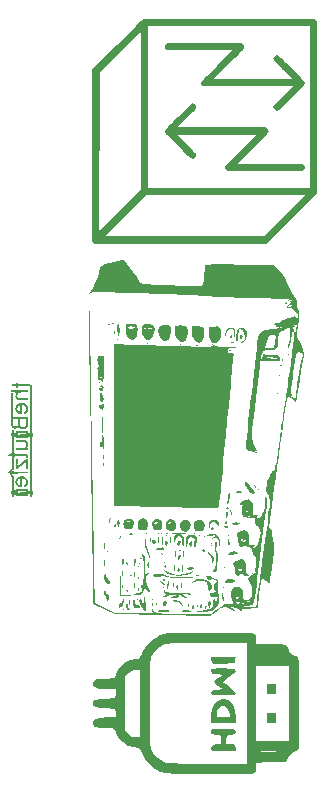
<source format=gbr>
%TF.GenerationSoftware,KiCad,Pcbnew,(7.0.0)*%
%TF.CreationDate,2023-04-05T00:45:08+02:00*%
%TF.ProjectId,TTL_to_HDMI,54544c5f-746f-45f4-9844-4d492e6b6963,4.0*%
%TF.SameCoordinates,Original*%
%TF.FileFunction,Legend,Bot*%
%TF.FilePolarity,Positive*%
%FSLAX46Y46*%
G04 Gerber Fmt 4.6, Leading zero omitted, Abs format (unit mm)*
G04 Created by KiCad (PCBNEW (7.0.0)) date 2023-04-05 00:45:08*
%MOMM*%
%LPD*%
G01*
G04 APERTURE LIST*
G04 APERTURE END LIST*
%TO.C,G\u002A\u002A\u002A*%
G36*
X118831262Y-111858601D02*
G01*
X118662237Y-111858601D01*
X118673447Y-111166125D01*
X118548856Y-111278175D01*
X118502790Y-111319303D01*
X118432724Y-111381320D01*
X118350249Y-111453926D01*
X118262119Y-111531177D01*
X118175082Y-111607134D01*
X118155154Y-111624471D01*
X118074051Y-111694539D01*
X118012712Y-111746017D01*
X117966931Y-111781768D01*
X117932505Y-111804651D01*
X117905227Y-111817528D01*
X117880893Y-111823261D01*
X117855298Y-111824710D01*
X117784696Y-111825376D01*
X117784696Y-110994768D01*
X117953508Y-110994768D01*
X117948010Y-111292224D01*
X117947260Y-111339152D01*
X117946789Y-111446847D01*
X117948624Y-111523187D01*
X117952744Y-111567574D01*
X117959124Y-111579410D01*
X117960161Y-111578683D01*
X117980183Y-111562117D01*
X118021213Y-111526874D01*
X118079929Y-111475850D01*
X118153011Y-111411939D01*
X118237137Y-111338036D01*
X118328986Y-111257035D01*
X118333424Y-111253114D01*
X118435664Y-111162927D01*
X118516456Y-111092305D01*
X118579077Y-111038858D01*
X118626804Y-111000195D01*
X118662916Y-110973923D01*
X118690688Y-110957652D01*
X118713400Y-110948991D01*
X118734328Y-110945548D01*
X118756750Y-110944931D01*
X118831262Y-110944931D01*
X118831262Y-111858601D01*
G37*
G36*
X118204153Y-109386742D02*
G01*
X118273302Y-109387611D01*
X118390287Y-109389525D01*
X118480604Y-109391920D01*
X118548638Y-109395123D01*
X118598774Y-109399460D01*
X118635397Y-109405257D01*
X118662892Y-109412839D01*
X118685644Y-109422534D01*
X118738957Y-109460489D01*
X118793766Y-109528579D01*
X118831334Y-109612039D01*
X118842205Y-109662645D01*
X118842731Y-109763086D01*
X118819534Y-109862392D01*
X118775345Y-109951149D01*
X118712898Y-110019945D01*
X118656835Y-110064118D01*
X118744049Y-110064302D01*
X118831262Y-110064487D01*
X118831262Y-110213996D01*
X117784696Y-110213996D01*
X117784696Y-110051179D01*
X118137705Y-110045374D01*
X118155642Y-110045075D01*
X118270333Y-110042862D01*
X118357358Y-110040290D01*
X118421614Y-110036886D01*
X118467995Y-110032172D01*
X118501398Y-110025673D01*
X118526716Y-110016914D01*
X118548846Y-110005418D01*
X118605466Y-109959285D01*
X118652033Y-109889438D01*
X118676487Y-109809697D01*
X118676402Y-109728528D01*
X118649355Y-109654396D01*
X118641433Y-109641672D01*
X118622354Y-109615363D01*
X118600256Y-109595190D01*
X118570824Y-109580246D01*
X118529742Y-109569629D01*
X118472696Y-109562432D01*
X118395370Y-109557750D01*
X118293451Y-109554679D01*
X118162623Y-109552314D01*
X117784696Y-109546354D01*
X117784696Y-109381790D01*
X118204153Y-109386742D01*
G37*
G36*
X118831262Y-105346632D02*
G01*
X118477773Y-105346632D01*
X118360133Y-105346913D01*
X118270556Y-105347996D01*
X118204029Y-105350277D01*
X118155540Y-105354153D01*
X118120079Y-105360018D01*
X118092633Y-105368268D01*
X118068192Y-105379301D01*
X118012346Y-105422019D01*
X117966438Y-105489588D01*
X117940152Y-105569300D01*
X117936475Y-105651692D01*
X117958392Y-105727297D01*
X117976458Y-105756985D01*
X117999596Y-105780825D01*
X118031438Y-105798759D01*
X118076068Y-105811601D01*
X118137570Y-105820168D01*
X118220029Y-105825277D01*
X118327528Y-105827744D01*
X118464152Y-105828385D01*
X118831262Y-105828385D01*
X118831262Y-106011118D01*
X118486560Y-106011022D01*
X118472777Y-106011006D01*
X118362078Y-106010012D01*
X118257001Y-106007663D01*
X118164446Y-106004208D01*
X118091313Y-105999897D01*
X118044503Y-105994982D01*
X117962708Y-105973919D01*
X117880274Y-105927907D01*
X117822152Y-105859762D01*
X117787728Y-105768705D01*
X117776390Y-105653957D01*
X117776811Y-105619640D01*
X117782082Y-105558957D01*
X117796134Y-105510382D01*
X117822396Y-105459409D01*
X117841392Y-105429370D01*
X117872699Y-105387766D01*
X117897150Y-105364394D01*
X117900514Y-105360363D01*
X117885558Y-105354571D01*
X117842280Y-105350517D01*
X117769055Y-105348079D01*
X117664258Y-105347137D01*
X117402616Y-105346632D01*
X117402616Y-105163898D01*
X118831262Y-105163898D01*
X118831262Y-105346632D01*
G37*
G36*
X118152620Y-106240648D02*
G01*
X118195958Y-106232575D01*
X118318015Y-106227077D01*
X118344637Y-106227399D01*
X118484484Y-106242135D01*
X118600512Y-106279353D01*
X118693919Y-106339788D01*
X118765908Y-106424177D01*
X118817678Y-106533255D01*
X118831146Y-106579535D01*
X118846302Y-106695798D01*
X118838462Y-106812882D01*
X118808767Y-106921563D01*
X118758358Y-107012620D01*
X118746270Y-107027389D01*
X118699275Y-107073598D01*
X118645324Y-107115154D01*
X118594002Y-107145252D01*
X118554895Y-107157085D01*
X118548418Y-107153336D01*
X118535011Y-107126127D01*
X118524593Y-107081187D01*
X118519821Y-107042423D01*
X118522944Y-107009773D01*
X118540792Y-106981364D01*
X118578503Y-106944137D01*
X118620844Y-106897100D01*
X118665642Y-106813753D01*
X118682382Y-106726131D01*
X118672731Y-106639372D01*
X118638352Y-106558617D01*
X118580911Y-106489006D01*
X118502072Y-106435679D01*
X118403499Y-106403776D01*
X118349510Y-106394029D01*
X118349510Y-107173970D01*
X118287214Y-107173711D01*
X118187001Y-107165891D01*
X118063236Y-107132450D01*
X117958099Y-107075479D01*
X117873948Y-106997995D01*
X117813142Y-106903015D01*
X117778039Y-106793556D01*
X117774380Y-106730731D01*
X117935861Y-106730731D01*
X117954941Y-106816652D01*
X117996569Y-106891632D01*
X118058303Y-106949473D01*
X118137705Y-106983981D01*
X118183388Y-106994838D01*
X118183388Y-106702324D01*
X118183270Y-106617343D01*
X118182526Y-106535034D01*
X118180672Y-106477860D01*
X118177231Y-106441285D01*
X118171727Y-106420776D01*
X118163682Y-106411796D01*
X118152620Y-106409810D01*
X118114302Y-106419004D01*
X118061256Y-106451674D01*
X118010318Y-106500961D01*
X117970506Y-106559454D01*
X117941769Y-106640064D01*
X117935861Y-106730731D01*
X117774380Y-106730731D01*
X117770997Y-106672634D01*
X117794375Y-106543266D01*
X117811158Y-106497314D01*
X117848173Y-106434930D01*
X117906507Y-106369406D01*
X117941903Y-106336582D01*
X118015682Y-106284637D01*
X118097774Y-106250865D01*
X118152620Y-106240648D01*
G37*
G36*
X118152620Y-112453598D02*
G01*
X118195958Y-112445525D01*
X118318015Y-112440026D01*
X118344637Y-112440349D01*
X118484484Y-112455085D01*
X118600512Y-112492302D01*
X118693919Y-112552738D01*
X118765908Y-112637127D01*
X118817678Y-112746205D01*
X118831146Y-112792484D01*
X118846302Y-112908748D01*
X118838462Y-113025831D01*
X118808767Y-113134513D01*
X118758358Y-113225570D01*
X118746270Y-113240339D01*
X118699275Y-113286548D01*
X118645324Y-113328104D01*
X118594002Y-113358202D01*
X118554895Y-113370034D01*
X118548418Y-113366286D01*
X118535011Y-113339076D01*
X118524593Y-113294137D01*
X118519821Y-113255373D01*
X118522944Y-113222722D01*
X118540792Y-113194314D01*
X118578503Y-113157086D01*
X118620844Y-113110049D01*
X118665642Y-113026703D01*
X118682382Y-112939080D01*
X118672731Y-112852322D01*
X118638352Y-112771567D01*
X118580911Y-112701956D01*
X118502072Y-112648629D01*
X118403499Y-112616726D01*
X118349510Y-112606979D01*
X118349510Y-113386920D01*
X118287214Y-113386660D01*
X118187001Y-113378841D01*
X118063236Y-113345399D01*
X117958099Y-113288428D01*
X117873948Y-113210945D01*
X117813142Y-113115965D01*
X117778039Y-113006506D01*
X117774380Y-112943681D01*
X117935861Y-112943681D01*
X117954941Y-113029602D01*
X117996569Y-113104582D01*
X118058303Y-113162423D01*
X118137705Y-113196931D01*
X118183388Y-113207788D01*
X118183388Y-112915274D01*
X118183270Y-112830293D01*
X118182526Y-112747984D01*
X118180672Y-112690809D01*
X118177231Y-112654235D01*
X118171727Y-112633725D01*
X118163682Y-112624746D01*
X118152620Y-112622760D01*
X118114302Y-112631954D01*
X118061256Y-112664624D01*
X118010318Y-112713911D01*
X117970506Y-112772404D01*
X117941769Y-112853014D01*
X117935861Y-112943681D01*
X117774380Y-112943681D01*
X117770997Y-112885584D01*
X117794375Y-112756216D01*
X117811158Y-112710264D01*
X117848173Y-112647880D01*
X117906507Y-112582355D01*
X117941903Y-112549532D01*
X118015682Y-112497587D01*
X118097774Y-112463815D01*
X118152620Y-112453598D01*
G37*
G36*
X117565691Y-105413081D02*
G01*
X117585350Y-105413081D01*
X117585350Y-107406540D01*
X118163857Y-107406540D01*
X118831262Y-107406540D01*
X118831262Y-107729660D01*
X118830375Y-107833223D01*
X118827793Y-107935291D01*
X118823828Y-108025276D01*
X118818793Y-108096131D01*
X118813001Y-108140811D01*
X118805350Y-108173367D01*
X118762217Y-108282969D01*
X118696750Y-108368147D01*
X118608101Y-108429775D01*
X118495426Y-108468727D01*
X118440889Y-108476607D01*
X118337121Y-108468478D01*
X118241431Y-108431799D01*
X118159982Y-108369439D01*
X118098940Y-108284265D01*
X118065292Y-108218310D01*
X118028329Y-108273160D01*
X117990488Y-108317599D01*
X117915984Y-108368216D01*
X117828694Y-108396297D01*
X117735790Y-108401737D01*
X117644446Y-108384427D01*
X117561835Y-108344261D01*
X117495131Y-108281131D01*
X117493280Y-108278680D01*
X117477276Y-108257075D01*
X117463276Y-108235931D01*
X117451145Y-108213002D01*
X117440750Y-108186043D01*
X117431957Y-108152808D01*
X117424631Y-108111051D01*
X117418639Y-108058526D01*
X117413847Y-107992989D01*
X117410121Y-107912192D01*
X117407326Y-107813891D01*
X117405328Y-107695840D01*
X117404314Y-107589274D01*
X117565691Y-107589274D01*
X117572137Y-107834304D01*
X117575480Y-107924624D01*
X117581767Y-108017830D01*
X117590052Y-108084887D01*
X117599994Y-108122271D01*
X117640300Y-108172208D01*
X117704939Y-108207737D01*
X117783931Y-108220536D01*
X117792603Y-108220439D01*
X117874030Y-108206570D01*
X117933699Y-108168363D01*
X117973677Y-108104553D01*
X117975774Y-108099099D01*
X117987508Y-108055949D01*
X117995189Y-107997990D01*
X117999382Y-107919111D01*
X118000654Y-107813202D01*
X118000654Y-107589274D01*
X118163857Y-107589274D01*
X118169469Y-107850916D01*
X118171379Y-107928222D01*
X118174609Y-108010374D01*
X118179190Y-108069562D01*
X118185848Y-108111734D01*
X118195312Y-108142838D01*
X118208306Y-108168821D01*
X118224690Y-108193183D01*
X118285199Y-108248936D01*
X118357690Y-108279510D01*
X118435177Y-108285141D01*
X118510675Y-108266063D01*
X118577199Y-108222512D01*
X118627763Y-108154721D01*
X118640832Y-108126677D01*
X118651679Y-108094422D01*
X118658747Y-108055845D01*
X118662823Y-108004221D01*
X118664692Y-107932826D01*
X118665141Y-107834937D01*
X118665141Y-107589274D01*
X118163857Y-107589274D01*
X118000654Y-107589274D01*
X117565691Y-107589274D01*
X117404314Y-107589274D01*
X117403995Y-107555793D01*
X117403191Y-107391505D01*
X117402782Y-107200729D01*
X117402635Y-106981220D01*
X117402616Y-106730733D01*
X117402616Y-105413081D01*
X117565691Y-105413081D01*
G37*
G36*
X118681753Y-108635841D02*
G01*
X118847875Y-108635841D01*
X118847875Y-108752126D01*
X118847881Y-108759781D01*
X118849028Y-108817938D01*
X118853543Y-108850704D01*
X118863425Y-108865165D01*
X118880672Y-108868411D01*
X118909464Y-108856537D01*
X118937720Y-108821517D01*
X118961538Y-108783358D01*
X118987983Y-108753035D01*
X118990566Y-108749948D01*
X118994282Y-108740778D01*
X118997589Y-108724792D01*
X119000509Y-108700228D01*
X119003067Y-108665327D01*
X119005285Y-108618328D01*
X119007188Y-108557470D01*
X119008798Y-108480992D01*
X119010139Y-108387135D01*
X119011234Y-108274138D01*
X119012108Y-108140240D01*
X119012783Y-107983681D01*
X119013282Y-107802700D01*
X119013630Y-107595537D01*
X119013849Y-107360431D01*
X119013963Y-107095622D01*
X119013996Y-106799349D01*
X119013983Y-106605066D01*
X119013901Y-106329207D01*
X119013722Y-106083670D01*
X119013422Y-105866690D01*
X119012980Y-105676501D01*
X119012369Y-105511337D01*
X119011569Y-105369432D01*
X119010554Y-105249020D01*
X119009301Y-105148336D01*
X119007786Y-105065613D01*
X119005987Y-104999086D01*
X119003880Y-104946989D01*
X119001440Y-104907556D01*
X118998645Y-104879021D01*
X118995471Y-104859619D01*
X118991894Y-104847583D01*
X118987891Y-104841147D01*
X118986791Y-104840098D01*
X118974814Y-104832806D01*
X118954393Y-104827051D01*
X118921987Y-104822657D01*
X118874058Y-104819452D01*
X118807064Y-104817262D01*
X118717467Y-104815913D01*
X118601726Y-104815231D01*
X118456302Y-104815043D01*
X117950818Y-104815043D01*
X117950818Y-104997776D01*
X117784696Y-104997776D01*
X117784696Y-104815043D01*
X117610268Y-104815043D01*
X117554456Y-104814541D01*
X117493134Y-104812566D01*
X117451308Y-104809442D01*
X117435841Y-104805542D01*
X117438784Y-104797077D01*
X117454397Y-104766081D01*
X117478950Y-104722481D01*
X117522058Y-104648921D01*
X117784696Y-104648921D01*
X117784696Y-104516024D01*
X117950818Y-104516024D01*
X117950818Y-104648921D01*
X118494866Y-104649166D01*
X118549266Y-104649197D01*
X118697181Y-104649521D01*
X118816423Y-104650593D01*
X118910432Y-104652936D01*
X118982650Y-104657073D01*
X119036517Y-104663526D01*
X119075474Y-104672818D01*
X119102962Y-104685471D01*
X119122422Y-104702008D01*
X119137294Y-104722952D01*
X119151021Y-104748825D01*
X119153389Y-104753932D01*
X119157548Y-104765776D01*
X119161254Y-104781895D01*
X119164536Y-104804097D01*
X119167419Y-104834193D01*
X119169930Y-104873991D01*
X119172096Y-104925300D01*
X119173943Y-104989931D01*
X119175499Y-105069693D01*
X119176789Y-105166395D01*
X119177841Y-105281846D01*
X119178682Y-105417856D01*
X119179336Y-105576233D01*
X119179833Y-105758789D01*
X119180198Y-105967331D01*
X119180457Y-106203669D01*
X119180638Y-106469613D01*
X119180767Y-106766972D01*
X119181468Y-108727207D01*
X119230630Y-108784722D01*
X119237737Y-108793199D01*
X119264406Y-108832720D01*
X119276771Y-108874894D01*
X119279791Y-108934859D01*
X119279706Y-108948351D01*
X119275289Y-109003762D01*
X119260583Y-109044264D01*
X119230630Y-109084996D01*
X119181468Y-109142512D01*
X119181468Y-113611184D01*
X119230630Y-113668699D01*
X119237737Y-113677175D01*
X119264406Y-113716697D01*
X119276771Y-113758870D01*
X119279791Y-113818836D01*
X119279706Y-113832327D01*
X119275289Y-113887739D01*
X119260583Y-113928240D01*
X119230630Y-113968973D01*
X119221255Y-113980238D01*
X119195949Y-114018902D01*
X119184052Y-114061278D01*
X119180793Y-114122008D01*
X119180118Y-114217528D01*
X119013996Y-114217528D01*
X119013996Y-114119889D01*
X119013161Y-114084888D01*
X119005206Y-114030131D01*
X118987983Y-114000661D01*
X118963438Y-113972927D01*
X118937720Y-113932178D01*
X118912667Y-113899791D01*
X118880672Y-113885285D01*
X118878513Y-113885307D01*
X118862110Y-113889374D01*
X118852869Y-113905382D01*
X118848790Y-113940418D01*
X118847875Y-114001570D01*
X118847875Y-114117855D01*
X117817920Y-114117855D01*
X117817920Y-113993264D01*
X117817411Y-113948158D01*
X117814004Y-113900077D01*
X117806396Y-113875543D01*
X117794465Y-113869221D01*
X117970415Y-113869221D01*
X117973682Y-113906758D01*
X117995425Y-113959476D01*
X118001676Y-113972086D01*
X118027116Y-114008369D01*
X118054507Y-114015466D01*
X118090949Y-113996102D01*
X118098191Y-113990492D01*
X118112152Y-113968513D01*
X118101510Y-113937332D01*
X118089644Y-113898181D01*
X118103070Y-113848983D01*
X118149558Y-113802655D01*
X118166918Y-113791646D01*
X118191472Y-113781608D01*
X118224900Y-113775031D01*
X118273288Y-113771209D01*
X118342722Y-113769434D01*
X118439288Y-113768999D01*
X118681753Y-113768999D01*
X118681753Y-113652714D01*
X117984042Y-113652714D01*
X117984042Y-113710857D01*
X117984206Y-113721047D01*
X117991188Y-113757882D01*
X118010166Y-113768999D01*
X118022068Y-113770762D01*
X118022718Y-113783021D01*
X118001860Y-113812770D01*
X117986185Y-113834062D01*
X117970415Y-113869221D01*
X117794465Y-113869221D01*
X117793429Y-113868672D01*
X117792900Y-113868683D01*
X117768664Y-113882780D01*
X117744688Y-113915566D01*
X117720870Y-113953725D01*
X117694425Y-113984049D01*
X117682125Y-114000602D01*
X117671643Y-114042653D01*
X117668411Y-114111583D01*
X117668411Y-114217528D01*
X117502289Y-114217528D01*
X117501614Y-114113702D01*
X117500795Y-114075985D01*
X117494937Y-114026675D01*
X117479961Y-113989879D01*
X117451778Y-113952361D01*
X117444670Y-113943885D01*
X117418002Y-113904363D01*
X117405636Y-113862190D01*
X117402616Y-113802224D01*
X117402702Y-113788733D01*
X117407119Y-113733321D01*
X117421825Y-113692819D01*
X117451778Y-113652087D01*
X117500939Y-113594572D01*
X117502289Y-112509428D01*
X117456599Y-112470574D01*
X117432621Y-112449056D01*
X117360157Y-112362791D01*
X117318972Y-112271736D01*
X117304122Y-112216587D01*
X117435841Y-112216587D01*
X117435853Y-112216897D01*
X117443239Y-112237437D01*
X117460162Y-112272751D01*
X117486451Y-112312365D01*
X117532839Y-112359432D01*
X117583456Y-112393610D01*
X117628155Y-112406802D01*
X117668411Y-112406802D01*
X117668411Y-113002806D01*
X117668539Y-113152874D01*
X117669041Y-113283201D01*
X117670053Y-113386551D01*
X117671710Y-113466143D01*
X117674148Y-113525196D01*
X117677503Y-113566930D01*
X117681911Y-113594562D01*
X117687506Y-113611312D01*
X117694425Y-113620399D01*
X117718969Y-113648133D01*
X117744688Y-113688882D01*
X117757755Y-113711596D01*
X117782539Y-113737331D01*
X117801511Y-113731372D01*
X117813647Y-113694575D01*
X117817920Y-113627796D01*
X117817920Y-113519817D01*
X118681753Y-113519817D01*
X118847875Y-113519817D01*
X118847875Y-113636102D01*
X118847881Y-113643757D01*
X118849028Y-113701915D01*
X118853543Y-113734680D01*
X118863425Y-113749142D01*
X118880672Y-113752387D01*
X118909464Y-113740513D01*
X118937720Y-113705494D01*
X118961538Y-113667335D01*
X118987983Y-113637011D01*
X118991489Y-113632007D01*
X118994861Y-113621366D01*
X118997884Y-113603642D01*
X119000575Y-113577202D01*
X119002953Y-113540412D01*
X119005038Y-113491637D01*
X119006848Y-113429244D01*
X119008402Y-113351599D01*
X119009719Y-113257069D01*
X119010817Y-113144018D01*
X119011716Y-113010815D01*
X119012434Y-112855824D01*
X119012990Y-112677411D01*
X119013402Y-112473944D01*
X119013690Y-112243788D01*
X119013873Y-111985309D01*
X119013969Y-111696874D01*
X119013996Y-111376848D01*
X119013972Y-111075107D01*
X119013881Y-110784823D01*
X119013704Y-110524594D01*
X119013423Y-110292785D01*
X119013018Y-110087764D01*
X119012471Y-109907895D01*
X119011764Y-109751545D01*
X119010877Y-109617081D01*
X119009791Y-109502868D01*
X119008488Y-109407273D01*
X119006948Y-109328662D01*
X119005154Y-109265400D01*
X119003086Y-109215855D01*
X119000726Y-109178392D01*
X118998054Y-109151377D01*
X118995052Y-109133177D01*
X118991701Y-109122157D01*
X118987983Y-109116684D01*
X118963438Y-109088950D01*
X118937720Y-109048202D01*
X118912667Y-109015815D01*
X118880672Y-109001308D01*
X118878513Y-109001331D01*
X118862110Y-109005398D01*
X118852869Y-109021405D01*
X118848790Y-109056441D01*
X118847875Y-109117593D01*
X118847875Y-109233878D01*
X117817920Y-109233878D01*
X117817920Y-109109287D01*
X117817411Y-109064181D01*
X117814004Y-109016100D01*
X117813671Y-109015025D01*
X117968963Y-109015025D01*
X117986357Y-109074511D01*
X118000991Y-109101115D01*
X118018907Y-109106437D01*
X118052352Y-109091712D01*
X118073326Y-109079499D01*
X118091738Y-109055919D01*
X118089711Y-109018830D01*
X118087551Y-109005065D01*
X118093054Y-108966179D01*
X118122634Y-108927655D01*
X118135471Y-108915258D01*
X118152525Y-108902664D01*
X118174381Y-108894165D01*
X118206723Y-108888957D01*
X118255235Y-108886235D01*
X118325602Y-108885192D01*
X118423509Y-108885023D01*
X118681753Y-108885023D01*
X118681753Y-108768738D01*
X117984042Y-108768738D01*
X117984042Y-108826880D01*
X117984206Y-108837070D01*
X117991188Y-108873906D01*
X118010166Y-108885023D01*
X118022068Y-108886786D01*
X118022718Y-108899045D01*
X118001860Y-108928794D01*
X117979222Y-108963875D01*
X117968963Y-109015025D01*
X117813671Y-109015025D01*
X117806396Y-108991566D01*
X117793429Y-108984696D01*
X117792900Y-108984707D01*
X117768664Y-108998803D01*
X117744688Y-109031589D01*
X117720870Y-109069749D01*
X117694425Y-109100072D01*
X117692132Y-109102277D01*
X117685862Y-109113140D01*
X117680784Y-109132475D01*
X117676775Y-109163376D01*
X117673715Y-109208936D01*
X117671483Y-109272251D01*
X117669957Y-109356414D01*
X117669017Y-109464518D01*
X117668542Y-109599658D01*
X117668411Y-109764927D01*
X117668417Y-109827511D01*
X117668540Y-109979585D01*
X117668945Y-110102826D01*
X117669790Y-110200459D01*
X117671231Y-110275711D01*
X117673426Y-110331807D01*
X117676532Y-110371975D01*
X117680706Y-110399439D01*
X117686106Y-110417427D01*
X117692889Y-110429164D01*
X117701211Y-110437877D01*
X117724040Y-110463489D01*
X117743861Y-110498594D01*
X117746898Y-110505559D01*
X117754776Y-110513101D01*
X117770378Y-110518889D01*
X117797347Y-110523155D01*
X117839325Y-110526134D01*
X117899955Y-110528062D01*
X117982881Y-110529171D01*
X118091745Y-110529696D01*
X118230191Y-110529872D01*
X118249511Y-110529888D01*
X118400101Y-110530543D01*
X118520313Y-110532197D01*
X118612686Y-110534954D01*
X118679765Y-110538916D01*
X118724089Y-110544187D01*
X118748202Y-110550869D01*
X118769297Y-110564722D01*
X118810410Y-110616027D01*
X118837781Y-110687431D01*
X118847594Y-110770504D01*
X118847401Y-110789730D01*
X118842704Y-110847041D01*
X118828201Y-110878352D01*
X118799192Y-110889246D01*
X118750979Y-110885306D01*
X118728189Y-110881446D01*
X118696215Y-110871324D01*
X118683825Y-110851185D01*
X118681753Y-110811098D01*
X118681713Y-110796289D01*
X118680110Y-110766322D01*
X118673534Y-110742994D01*
X118658455Y-110725473D01*
X118631339Y-110712928D01*
X118588657Y-110704527D01*
X118526876Y-110699440D01*
X118442465Y-110696835D01*
X118331892Y-110695882D01*
X118191627Y-110695749D01*
X118139602Y-110695761D01*
X118018685Y-110696002D01*
X117925794Y-110696755D01*
X117857123Y-110698282D01*
X117808865Y-110700849D01*
X117777216Y-110704719D01*
X117758369Y-110710155D01*
X117748519Y-110717422D01*
X117743861Y-110726782D01*
X117730325Y-110752941D01*
X117701211Y-110787500D01*
X117698836Y-110789704D01*
X117690147Y-110799860D01*
X117683289Y-110814249D01*
X117678046Y-110836494D01*
X117674202Y-110870220D01*
X117671541Y-110919050D01*
X117669848Y-110986608D01*
X117668906Y-111076518D01*
X117668499Y-111192405D01*
X117668411Y-111337892D01*
X117668411Y-111858601D01*
X117624926Y-111858601D01*
X117621128Y-111858731D01*
X117573663Y-111876538D01*
X117516947Y-111923095D01*
X117516031Y-111924011D01*
X117487856Y-111952017D01*
X117466191Y-111975176D01*
X117453465Y-111993950D01*
X117452105Y-112008796D01*
X117464541Y-112020175D01*
X117493200Y-112028546D01*
X117540512Y-112034368D01*
X117608905Y-112038101D01*
X117700808Y-112040205D01*
X117818648Y-112041139D01*
X117964855Y-112041362D01*
X118141858Y-112041334D01*
X118831262Y-112041334D01*
X118831262Y-112207456D01*
X118133552Y-112207456D01*
X118053651Y-112207516D01*
X117910333Y-112207938D01*
X117779648Y-112208726D01*
X117665029Y-112209836D01*
X117569907Y-112211221D01*
X117497713Y-112212838D01*
X117451881Y-112214642D01*
X117435841Y-112216587D01*
X117304122Y-112216587D01*
X117301663Y-112207456D01*
X117120209Y-112207456D01*
X117120209Y-112042992D01*
X117213194Y-112038010D01*
X117217384Y-112037785D01*
X117268841Y-112033781D01*
X117297836Y-112024736D01*
X117314461Y-112004414D01*
X117328809Y-111966580D01*
X117342347Y-111937038D01*
X117379643Y-111881244D01*
X117426864Y-111828616D01*
X117502289Y-111757100D01*
X117502289Y-110826698D01*
X117449672Y-110761224D01*
X117397056Y-110695749D01*
X117275245Y-110695749D01*
X117265970Y-110695721D01*
X117208924Y-110694207D01*
X117168675Y-110690836D01*
X117153434Y-110686248D01*
X117156377Y-110677784D01*
X117171990Y-110646787D01*
X117196543Y-110603187D01*
X117217333Y-110569196D01*
X117241189Y-110542208D01*
X117270718Y-110531521D01*
X117318354Y-110529627D01*
X117342208Y-110529274D01*
X117383499Y-110523168D01*
X117414519Y-110503855D01*
X117449672Y-110464153D01*
X117502289Y-110398678D01*
X117501614Y-109762289D01*
X117500939Y-109125899D01*
X117451778Y-109068384D01*
X117444670Y-109059908D01*
X117418002Y-109020386D01*
X117405636Y-108978213D01*
X117402616Y-108918247D01*
X117402702Y-108904756D01*
X117407119Y-108849345D01*
X117421825Y-108808843D01*
X117451778Y-108768110D01*
X117475094Y-108738357D01*
X117491890Y-108704669D01*
X117499542Y-108662081D01*
X117501614Y-108598463D01*
X117502289Y-108486331D01*
X117668411Y-108486331D01*
X117668411Y-108600582D01*
X117670666Y-108666430D01*
X117678935Y-108711871D01*
X117694425Y-108736423D01*
X117718969Y-108764157D01*
X117744688Y-108804905D01*
X117757755Y-108827619D01*
X117782539Y-108853355D01*
X117793429Y-108849935D01*
X117801511Y-108847396D01*
X117813647Y-108810599D01*
X117817920Y-108743820D01*
X117817920Y-108635841D01*
X118681753Y-108635841D01*
G37*
G36*
X126091200Y-99495600D02*
G01*
X126040400Y-99546400D01*
X125989600Y-99495600D01*
X126040400Y-99444800D01*
X126091200Y-99495600D01*
G37*
G36*
X126497600Y-100816400D02*
G01*
X126446800Y-100867200D01*
X126396000Y-100816400D01*
X126446800Y-100765600D01*
X126497600Y-100816400D01*
G37*
G36*
X127615200Y-101121200D02*
G01*
X127564400Y-101172000D01*
X127513600Y-101121200D01*
X127564400Y-101070400D01*
X127615200Y-101121200D01*
G37*
G36*
X130358400Y-101222800D02*
G01*
X130307600Y-101273600D01*
X130256800Y-101222800D01*
X130307600Y-101172000D01*
X130358400Y-101222800D01*
G37*
G36*
X133203200Y-101324400D02*
G01*
X133152400Y-101375200D01*
X133101600Y-101324400D01*
X133152400Y-101273600D01*
X133203200Y-101324400D01*
G37*
G36*
X140315200Y-103051600D02*
G01*
X140264400Y-103102400D01*
X140213600Y-103051600D01*
X140264400Y-103000800D01*
X140315200Y-103051600D01*
G37*
G36*
X140213600Y-103864400D02*
G01*
X140162800Y-103915200D01*
X140112000Y-103864400D01*
X140162800Y-103813600D01*
X140213600Y-103864400D01*
G37*
G36*
X124973600Y-104474000D02*
G01*
X124922800Y-104524800D01*
X124872000Y-104474000D01*
X124922800Y-104423200D01*
X124973600Y-104474000D01*
G37*
G36*
X140112000Y-104677200D02*
G01*
X140061200Y-104728000D01*
X140010400Y-104677200D01*
X140061200Y-104626400D01*
X140112000Y-104677200D01*
G37*
G36*
X140010400Y-105388400D02*
G01*
X139959600Y-105439200D01*
X139908800Y-105388400D01*
X139959600Y-105337600D01*
X140010400Y-105388400D01*
G37*
G36*
X138384800Y-113516400D02*
G01*
X138334000Y-113567200D01*
X138283200Y-113516400D01*
X138334000Y-113465600D01*
X138384800Y-113516400D01*
G37*
G36*
X138689600Y-113922800D02*
G01*
X138638800Y-113973600D01*
X138588000Y-113922800D01*
X138638800Y-113872000D01*
X138689600Y-113922800D01*
G37*
G36*
X133000000Y-117275600D02*
G01*
X132949200Y-117326400D01*
X132898400Y-117275600D01*
X132949200Y-117224800D01*
X133000000Y-117275600D01*
G37*
G36*
X130663200Y-117275600D02*
G01*
X130612400Y-117326400D01*
X130561600Y-117275600D01*
X130612400Y-117224800D01*
X130663200Y-117275600D01*
G37*
G36*
X129952000Y-117275600D02*
G01*
X129901200Y-117326400D01*
X129850400Y-117275600D01*
X129901200Y-117224800D01*
X129952000Y-117275600D01*
G37*
G36*
X128936000Y-117275600D02*
G01*
X128885200Y-117326400D01*
X128834400Y-117275600D01*
X128885200Y-117224800D01*
X128936000Y-117275600D01*
G37*
G36*
X129748800Y-117478800D02*
G01*
X129698000Y-117529600D01*
X129647200Y-117478800D01*
X129698000Y-117428000D01*
X129748800Y-117478800D01*
G37*
G36*
X128834400Y-117478800D02*
G01*
X128783600Y-117529600D01*
X128732800Y-117478800D01*
X128783600Y-117428000D01*
X128834400Y-117478800D01*
G37*
G36*
X134422400Y-118088400D02*
G01*
X134371600Y-118139200D01*
X134320800Y-118088400D01*
X134371600Y-118037600D01*
X134422400Y-118088400D01*
G37*
G36*
X134422400Y-118291600D02*
G01*
X134371600Y-118342400D01*
X134320800Y-118291600D01*
X134371600Y-118240800D01*
X134422400Y-118291600D01*
G37*
G36*
X125583200Y-118494800D02*
G01*
X125532400Y-118545600D01*
X125481600Y-118494800D01*
X125532400Y-118444000D01*
X125583200Y-118494800D01*
G37*
G36*
X133304800Y-118901200D02*
G01*
X133254000Y-118952000D01*
X133203200Y-118901200D01*
X133254000Y-118850400D01*
X133304800Y-118901200D01*
G37*
G36*
X130460000Y-119714000D02*
G01*
X130409200Y-119764800D01*
X130358400Y-119714000D01*
X130409200Y-119663200D01*
X130460000Y-119714000D01*
G37*
G36*
X128326400Y-119815600D02*
G01*
X128275600Y-119866400D01*
X128224800Y-119815600D01*
X128275600Y-119764800D01*
X128326400Y-119815600D01*
G37*
G36*
X128529600Y-120526800D02*
G01*
X128478800Y-120577600D01*
X128428000Y-120526800D01*
X128478800Y-120476000D01*
X128529600Y-120526800D01*
G37*
G36*
X137876800Y-120628400D02*
G01*
X137826000Y-120679200D01*
X137775200Y-120628400D01*
X137826000Y-120577600D01*
X137876800Y-120628400D01*
G37*
G36*
X127615200Y-120831600D02*
G01*
X127564400Y-120882400D01*
X127513600Y-120831600D01*
X127564400Y-120780800D01*
X127615200Y-120831600D01*
G37*
G36*
X127310400Y-120933200D02*
G01*
X127259600Y-120984000D01*
X127208800Y-120933200D01*
X127259600Y-120882400D01*
X127310400Y-120933200D01*
G37*
G36*
X135438400Y-121847600D02*
G01*
X135387600Y-121898400D01*
X135336800Y-121847600D01*
X135387600Y-121796800D01*
X135438400Y-121847600D01*
G37*
G36*
X130358400Y-121847600D02*
G01*
X130307600Y-121898400D01*
X130256800Y-121847600D01*
X130307600Y-121796800D01*
X130358400Y-121847600D01*
G37*
G36*
X127513600Y-121949200D02*
G01*
X127462800Y-122000000D01*
X127412000Y-121949200D01*
X127462800Y-121898400D01*
X127513600Y-121949200D01*
G37*
G36*
X129240800Y-122558800D02*
G01*
X129190000Y-122609600D01*
X129139200Y-122558800D01*
X129190000Y-122508000D01*
X129240800Y-122558800D01*
G37*
G36*
X129444000Y-122863600D02*
G01*
X129393200Y-122914400D01*
X129342400Y-122863600D01*
X129393200Y-122812800D01*
X129444000Y-122863600D01*
G37*
G36*
X130155200Y-122965200D02*
G01*
X130104400Y-123016000D01*
X130053600Y-122965200D01*
X130104400Y-122914400D01*
X130155200Y-122965200D01*
G37*
G36*
X126802400Y-122965200D02*
G01*
X126751600Y-123016000D01*
X126700800Y-122965200D01*
X126751600Y-122914400D01*
X126802400Y-122965200D01*
G37*
G36*
X128631200Y-123168400D02*
G01*
X128580400Y-123219200D01*
X128529600Y-123168400D01*
X128580400Y-123117600D01*
X128631200Y-123168400D01*
G37*
G36*
X127005600Y-123676400D02*
G01*
X126954800Y-123727200D01*
X126904000Y-123676400D01*
X126954800Y-123625600D01*
X127005600Y-123676400D01*
G37*
G36*
X125738586Y-99553732D02*
G01*
X125752533Y-99614133D01*
X125737642Y-99626292D01*
X125617066Y-99614133D01*
X125601171Y-99583573D01*
X125684800Y-99546400D01*
X125738586Y-99553732D01*
G37*
G36*
X136289363Y-101100604D02*
G01*
X136276600Y-101137687D01*
X136230610Y-101151106D01*
X136022600Y-101137687D01*
X136005365Y-101102408D01*
X136149600Y-101086442D01*
X136289363Y-101100604D01*
G37*
G36*
X128989786Y-101179332D02*
G01*
X129003733Y-101239733D01*
X128988842Y-101251892D01*
X128868266Y-101239733D01*
X128852371Y-101209173D01*
X128936000Y-101172000D01*
X128989786Y-101179332D01*
G37*
G36*
X131780800Y-101273600D02*
G01*
X131773467Y-101327386D01*
X131713066Y-101341333D01*
X131700907Y-101326442D01*
X131713066Y-101205866D01*
X131743626Y-101189971D01*
X131780800Y-101273600D01*
G37*
G36*
X140924800Y-102086400D02*
G01*
X140917467Y-102140186D01*
X140857066Y-102154133D01*
X140844907Y-102139242D01*
X140857066Y-102018666D01*
X140887626Y-102002771D01*
X140924800Y-102086400D01*
G37*
G36*
X140408778Y-102535133D02*
G01*
X140401595Y-102638182D01*
X140355416Y-102668483D01*
X140335283Y-102632538D01*
X140347395Y-102473750D01*
X140383966Y-102426722D01*
X140408778Y-102535133D01*
G37*
G36*
X125262357Y-111433600D02*
G01*
X125248195Y-111573363D01*
X125211112Y-111560600D01*
X125197693Y-111514610D01*
X125211112Y-111306600D01*
X125246391Y-111289365D01*
X125262357Y-111433600D01*
G37*
G36*
X130208986Y-117232132D02*
G01*
X130222933Y-117292533D01*
X130208042Y-117304692D01*
X130087466Y-117292533D01*
X130071571Y-117261973D01*
X130155200Y-117224800D01*
X130208986Y-117232132D01*
G37*
G36*
X135844800Y-117428000D02*
G01*
X135837467Y-117481786D01*
X135777066Y-117495733D01*
X135764907Y-117480842D01*
X135777066Y-117360266D01*
X135807626Y-117344371D01*
X135844800Y-117428000D01*
G37*
G36*
X130615386Y-117435332D02*
G01*
X130629333Y-117495733D01*
X130614442Y-117507892D01*
X130493866Y-117495733D01*
X130477971Y-117465173D01*
X130561600Y-117428000D01*
X130615386Y-117435332D01*
G37*
G36*
X133812800Y-117529600D02*
G01*
X133805467Y-117583386D01*
X133745066Y-117597333D01*
X133732907Y-117582442D01*
X133745066Y-117461866D01*
X133775626Y-117445971D01*
X133812800Y-117529600D01*
G37*
G36*
X131722982Y-118662404D02*
G01*
X131753283Y-118708583D01*
X131717338Y-118728716D01*
X131558550Y-118716604D01*
X131511522Y-118680033D01*
X131619933Y-118655221D01*
X131722982Y-118662404D01*
G37*
G36*
X125583200Y-118748800D02*
G01*
X125575867Y-118802586D01*
X125515466Y-118816533D01*
X125503307Y-118801642D01*
X125515466Y-118681066D01*
X125546026Y-118665171D01*
X125583200Y-118748800D01*
G37*
G36*
X129700986Y-118959332D02*
G01*
X129714933Y-119019733D01*
X129700042Y-119031892D01*
X129579466Y-119019733D01*
X129563571Y-118989173D01*
X129647200Y-118952000D01*
X129700986Y-118959332D01*
G37*
G36*
X128481786Y-119365732D02*
G01*
X128495733Y-119426133D01*
X128480842Y-119438292D01*
X128360266Y-119426133D01*
X128344371Y-119395573D01*
X128428000Y-119358400D01*
X128481786Y-119365732D01*
G37*
G36*
X128224800Y-120069600D02*
G01*
X128217467Y-120123386D01*
X128157066Y-120137333D01*
X128144907Y-120122442D01*
X128157066Y-120001866D01*
X128187626Y-119985971D01*
X128224800Y-120069600D01*
G37*
G36*
X135540000Y-120171200D02*
G01*
X135532667Y-120224986D01*
X135472266Y-120238933D01*
X135460107Y-120224042D01*
X135472266Y-120103466D01*
X135502826Y-120087571D01*
X135540000Y-120171200D01*
G37*
G36*
X135633578Y-120518333D02*
G01*
X135626395Y-120621382D01*
X135580216Y-120651683D01*
X135560083Y-120615738D01*
X135572195Y-120456950D01*
X135608766Y-120409922D01*
X135633578Y-120518333D01*
G37*
G36*
X133246982Y-120796004D02*
G01*
X133277283Y-120842183D01*
X133241338Y-120862316D01*
X133082550Y-120850204D01*
X133035522Y-120813633D01*
X133143933Y-120788821D01*
X133246982Y-120796004D01*
G37*
G36*
X128513557Y-120882400D02*
G01*
X128499395Y-121022163D01*
X128462312Y-121009400D01*
X128448893Y-120963410D01*
X128462312Y-120755400D01*
X128497591Y-120738165D01*
X128513557Y-120882400D01*
G37*
G36*
X128208757Y-122000000D02*
G01*
X128194595Y-122139763D01*
X128157512Y-122127000D01*
X128144093Y-122081010D01*
X128157512Y-121873000D01*
X128192791Y-121855765D01*
X128208757Y-122000000D01*
G37*
G36*
X128123200Y-122812800D02*
G01*
X128115867Y-122866586D01*
X128055466Y-122880533D01*
X128043307Y-122865642D01*
X128055466Y-122745066D01*
X128086026Y-122729171D01*
X128123200Y-122812800D01*
G37*
G36*
X129435978Y-123261533D02*
G01*
X129428795Y-123364582D01*
X129382616Y-123394883D01*
X129362483Y-123358938D01*
X129374595Y-123200150D01*
X129411166Y-123153122D01*
X129435978Y-123261533D01*
G37*
G36*
X133187157Y-123422400D02*
G01*
X133172995Y-123562163D01*
X133135912Y-123549400D01*
X133122493Y-123503410D01*
X133135912Y-123295400D01*
X133171191Y-123278165D01*
X133187157Y-123422400D01*
G37*
G36*
X130037557Y-123422400D02*
G01*
X130023395Y-123562163D01*
X129986312Y-123549400D01*
X129972893Y-123503410D01*
X129986312Y-123295400D01*
X130021591Y-123278165D01*
X130037557Y-123422400D01*
G37*
G36*
X140784574Y-97722964D02*
G01*
X140808531Y-97775979D01*
X140665523Y-97857966D01*
X140586272Y-97875770D01*
X140569919Y-97818036D01*
X140589824Y-97791390D01*
X140727596Y-97717600D01*
X140784574Y-97722964D01*
G37*
G36*
X136133903Y-100606865D02*
G01*
X136101856Y-100692263D01*
X135997200Y-100770966D01*
X135907272Y-100712731D01*
X135916934Y-100584105D01*
X136032303Y-100482965D01*
X136108782Y-100482256D01*
X136133903Y-100606865D01*
G37*
G36*
X136061636Y-101739227D02*
G01*
X136138525Y-101805626D01*
X136062045Y-101861584D01*
X135967559Y-101874037D01*
X135855222Y-101821065D01*
X135871907Y-101720626D01*
X135912062Y-101701946D01*
X136061636Y-101739227D01*
G37*
G36*
X135759087Y-116640204D02*
G01*
X135782403Y-116761184D01*
X135737977Y-116824215D01*
X135582391Y-116851914D01*
X135462250Y-116772005D01*
X135466534Y-116665218D01*
X135638411Y-116615200D01*
X135759087Y-116640204D01*
G37*
G36*
X134528087Y-116770126D02*
G01*
X134589756Y-116834163D01*
X134509447Y-116929444D01*
X134435432Y-116960107D01*
X134335616Y-116910394D01*
X134323840Y-116861762D01*
X134373922Y-116743507D01*
X134528087Y-116770126D01*
G37*
G36*
X133334581Y-117383732D02*
G01*
X133429398Y-117434400D01*
X133459888Y-117509978D01*
X133410916Y-117520859D01*
X133277706Y-117440607D01*
X133264579Y-117427226D01*
X133215884Y-117352799D01*
X133334581Y-117383732D01*
G37*
G36*
X130305144Y-119051562D02*
G01*
X130439676Y-119181261D01*
X130428867Y-119219471D01*
X130261420Y-119134507D01*
X130145370Y-119045781D01*
X130106565Y-118966767D01*
X130159847Y-118965091D01*
X130305144Y-119051562D01*
G37*
G36*
X126158635Y-100072757D02*
G01*
X126169228Y-100257600D01*
X126168245Y-100326533D01*
X126152213Y-100467020D01*
X126122764Y-100435400D01*
X126106963Y-100337480D01*
X126122764Y-100079800D01*
X126132262Y-100050973D01*
X126158635Y-100072757D01*
G37*
G36*
X136960573Y-100510471D02*
G01*
X137017111Y-100584965D01*
X136941933Y-100739666D01*
X136901475Y-100787132D01*
X136817638Y-100841762D01*
X136775618Y-100722669D01*
X136764162Y-100624673D01*
X136814277Y-100484768D01*
X136960573Y-100510471D01*
G37*
G36*
X125258593Y-110773200D02*
G01*
X125258732Y-110797260D01*
X125245110Y-110956311D01*
X125211756Y-110952933D01*
X125193118Y-110869449D01*
X125207992Y-110648133D01*
X125213019Y-110630664D01*
X125243942Y-110615623D01*
X125258593Y-110773200D01*
G37*
G36*
X125039574Y-110678043D02*
G01*
X125049578Y-110874800D01*
X125048265Y-110982431D01*
X125032855Y-111128334D01*
X125005392Y-111104584D01*
X124986984Y-110962916D01*
X125003342Y-110698184D01*
X125016627Y-110648192D01*
X125039574Y-110678043D01*
G37*
G36*
X135773938Y-115061223D02*
G01*
X135844800Y-115142000D01*
X135840018Y-115156695D01*
X135743200Y-115243600D01*
X135689388Y-115251737D01*
X135641600Y-115142000D01*
X135657124Y-115064526D01*
X135743200Y-115040400D01*
X135773938Y-115061223D01*
G37*
G36*
X136048000Y-115345200D02*
G01*
X136096341Y-115483354D01*
X136135318Y-115700800D01*
X136115153Y-115760803D01*
X136048000Y-115650000D01*
X135999658Y-115511845D01*
X135960681Y-115294400D01*
X135980846Y-115234396D01*
X136048000Y-115345200D01*
G37*
G36*
X125872583Y-116012007D02*
G01*
X125786400Y-116259600D01*
X125744204Y-116354899D01*
X125703807Y-116395862D01*
X125691940Y-116240196D01*
X125707604Y-116095982D01*
X125786400Y-115954800D01*
X125846042Y-115931052D01*
X125872583Y-116012007D01*
G37*
G36*
X135680453Y-116230374D02*
G01*
X135678341Y-116361200D01*
X135645442Y-116434153D01*
X135579929Y-116513600D01*
X135561737Y-116496755D01*
X135540000Y-116361200D01*
X135551086Y-116291140D01*
X135638411Y-116208800D01*
X135680453Y-116230374D01*
G37*
G36*
X126294400Y-116558403D02*
G01*
X126281965Y-116634101D01*
X126192800Y-116716800D01*
X126168694Y-116714063D01*
X126091200Y-116621196D01*
X126095075Y-116592691D01*
X126192800Y-116462800D01*
X126245145Y-116453242D01*
X126294400Y-116558403D01*
G37*
G36*
X129205174Y-117586843D02*
G01*
X129215178Y-117783600D01*
X129213865Y-117891231D01*
X129198455Y-118037134D01*
X129170992Y-118013384D01*
X129152584Y-117871716D01*
X129168942Y-117606984D01*
X129182227Y-117556992D01*
X129205174Y-117586843D01*
G37*
G36*
X130932401Y-117614654D02*
G01*
X130940327Y-117834400D01*
X130937364Y-117983498D01*
X130921422Y-118111146D01*
X130896297Y-118063000D01*
X130879488Y-117901860D01*
X130896297Y-117605800D01*
X130912138Y-117554331D01*
X130932401Y-117614654D01*
G37*
G36*
X125343337Y-118061076D02*
G01*
X125350940Y-118291600D01*
X125347614Y-118480164D01*
X125332276Y-118613280D01*
X125308480Y-118572396D01*
X125290379Y-118364867D01*
X125307093Y-118064396D01*
X125325132Y-117993650D01*
X125343337Y-118061076D01*
G37*
G36*
X133761248Y-118571551D02*
G01*
X133812800Y-118698000D01*
X133796222Y-118781882D01*
X133703580Y-118830926D01*
X133673457Y-118817129D01*
X133594360Y-118698000D01*
X133598610Y-118669963D01*
X133703580Y-118565073D01*
X133761248Y-118571551D01*
G37*
G36*
X131338774Y-118806043D02*
G01*
X131348778Y-119002800D01*
X131347465Y-119110431D01*
X131332055Y-119256334D01*
X131304592Y-119232584D01*
X131286184Y-119090916D01*
X131302542Y-118826184D01*
X131315827Y-118776192D01*
X131338774Y-118806043D01*
G37*
G36*
X127595393Y-119612400D02*
G01*
X127595532Y-119636460D01*
X127581910Y-119795511D01*
X127548556Y-119792133D01*
X127529918Y-119708649D01*
X127544792Y-119487333D01*
X127549819Y-119469864D01*
X127580742Y-119454823D01*
X127595393Y-119612400D01*
G37*
G36*
X127257229Y-119680368D02*
G01*
X127310400Y-119815600D01*
X127305986Y-119885035D01*
X127270470Y-119968000D01*
X127244172Y-119949281D01*
X127172058Y-119815600D01*
X127156086Y-119737673D01*
X127211988Y-119663200D01*
X127257229Y-119680368D01*
G37*
G36*
X125344401Y-119545054D02*
G01*
X125352327Y-119764800D01*
X125349364Y-119913898D01*
X125333422Y-120041546D01*
X125308297Y-119993400D01*
X125291488Y-119832260D01*
X125308297Y-119536200D01*
X125324138Y-119484731D01*
X125344401Y-119545054D01*
G37*
G36*
X130484284Y-119970952D02*
G01*
X130561600Y-120069600D01*
X130558647Y-120093884D01*
X130460000Y-120171200D01*
X130435715Y-120168247D01*
X130358400Y-120069600D01*
X130361352Y-120045315D01*
X130460000Y-119968000D01*
X130484284Y-119970952D01*
G37*
G36*
X131636652Y-120209303D02*
G01*
X131679200Y-120374400D01*
X131660148Y-120492505D01*
X131577600Y-120577600D01*
X131518547Y-120539496D01*
X131476000Y-120374400D01*
X131495051Y-120256294D01*
X131577600Y-120171200D01*
X131636652Y-120209303D01*
G37*
G36*
X126869835Y-120494357D02*
G01*
X126880428Y-120679200D01*
X126879445Y-120748133D01*
X126863413Y-120888620D01*
X126833964Y-120857000D01*
X126818163Y-120759080D01*
X126833964Y-120501400D01*
X126843462Y-120472573D01*
X126869835Y-120494357D01*
G37*
G36*
X127884374Y-120533243D02*
G01*
X127894378Y-120730000D01*
X127893065Y-120837631D01*
X127877655Y-120983534D01*
X127850192Y-120959784D01*
X127831784Y-120818116D01*
X127848142Y-120553384D01*
X127861427Y-120503392D01*
X127884374Y-120533243D01*
G37*
G36*
X128204993Y-121034800D02*
G01*
X128205132Y-121058860D01*
X128191510Y-121217911D01*
X128158156Y-121214533D01*
X128139518Y-121131049D01*
X128154392Y-120909733D01*
X128159419Y-120892264D01*
X128190342Y-120877223D01*
X128204993Y-121034800D01*
G37*
G36*
X130382684Y-121088552D02*
G01*
X130460000Y-121187200D01*
X130457047Y-121211484D01*
X130358400Y-121288800D01*
X130334115Y-121285847D01*
X130256800Y-121187200D01*
X130259752Y-121162915D01*
X130358400Y-121085600D01*
X130382684Y-121088552D01*
G37*
G36*
X131199283Y-121509710D02*
G01*
X131183273Y-121717407D01*
X131149414Y-121897061D01*
X131119775Y-121942439D01*
X131090199Y-121810481D01*
X131086930Y-121641405D01*
X131145470Y-121477089D01*
X131156741Y-121467427D01*
X131199283Y-121509710D01*
G37*
G36*
X127885835Y-121510357D02*
G01*
X127896428Y-121695200D01*
X127895445Y-121764133D01*
X127879413Y-121904620D01*
X127849964Y-121873000D01*
X127834163Y-121775080D01*
X127849964Y-121517400D01*
X127859462Y-121488573D01*
X127885835Y-121510357D01*
G37*
G36*
X131846774Y-121447643D02*
G01*
X131856778Y-121644400D01*
X131855465Y-121752031D01*
X131840055Y-121897934D01*
X131812592Y-121874184D01*
X131794184Y-121732516D01*
X131810542Y-121467784D01*
X131823827Y-121417792D01*
X131846774Y-121447643D01*
G37*
G36*
X126884193Y-121746000D02*
G01*
X126884332Y-121770060D01*
X126870710Y-121929111D01*
X126837356Y-121925733D01*
X126818718Y-121842249D01*
X126833592Y-121620933D01*
X126838619Y-121603464D01*
X126869542Y-121588423D01*
X126884193Y-121746000D01*
G37*
G36*
X131545999Y-121671035D02*
G01*
X131577600Y-121847600D01*
X131550901Y-122014359D01*
X131476000Y-122050800D01*
X131438813Y-122018022D01*
X131374400Y-121847600D01*
X131381487Y-121791828D01*
X131476000Y-121644400D01*
X131545999Y-121671035D01*
G37*
G36*
X127233084Y-122002952D02*
G01*
X127310400Y-122101600D01*
X127307447Y-122125884D01*
X127208800Y-122203200D01*
X127184515Y-122200247D01*
X127107200Y-122101600D01*
X127110152Y-122077315D01*
X127208800Y-122000000D01*
X127233084Y-122002952D01*
G37*
G36*
X129714635Y-123034357D02*
G01*
X129725228Y-123219200D01*
X129724245Y-123288133D01*
X129708213Y-123428620D01*
X129678764Y-123397000D01*
X129662963Y-123299080D01*
X129678764Y-123041400D01*
X129688262Y-123012573D01*
X129714635Y-123034357D01*
G37*
G36*
X132472193Y-123371600D02*
G01*
X132472332Y-123395660D01*
X132458710Y-123554711D01*
X132425356Y-123551333D01*
X132406718Y-123467849D01*
X132421592Y-123246533D01*
X132426619Y-123229064D01*
X132457542Y-123214023D01*
X132472193Y-123371600D01*
G37*
G36*
X133570488Y-123275919D02*
G01*
X133609600Y-123416403D01*
X133589750Y-123540249D01*
X133508000Y-123625600D01*
X133463206Y-123610508D01*
X133406400Y-123479196D01*
X133414515Y-123417002D01*
X133508000Y-123270000D01*
X133570488Y-123275919D01*
G37*
G36*
X132856947Y-123361670D02*
G01*
X132898400Y-123529996D01*
X132876768Y-123645291D01*
X132796800Y-123676400D01*
X132757120Y-123640182D01*
X132695200Y-123467203D01*
X132705672Y-123402657D01*
X132796800Y-123320800D01*
X132856947Y-123361670D01*
G37*
G36*
X133948424Y-123323943D02*
G01*
X134008939Y-123415351D01*
X133914400Y-123625600D01*
X133890159Y-123661357D01*
X133830397Y-123697857D01*
X133814355Y-123549400D01*
X133835704Y-123406849D01*
X133914400Y-123320800D01*
X133948424Y-123323943D01*
G37*
G36*
X136646741Y-116365846D02*
G01*
X136745230Y-116420273D01*
X136689981Y-116479209D01*
X136433685Y-116529119D01*
X136239010Y-116528472D01*
X136128885Y-116472485D01*
X136130705Y-116437729D01*
X136241617Y-116365667D01*
X136441138Y-116336041D01*
X136646741Y-116365846D01*
G37*
G36*
X127658459Y-117228827D02*
G01*
X127716800Y-117326400D01*
X127666581Y-117389413D01*
X127488200Y-117426444D01*
X127433119Y-117425314D01*
X127332209Y-117400511D01*
X127412000Y-117326400D01*
X127498134Y-117277118D01*
X127640600Y-117226355D01*
X127658459Y-117228827D01*
G37*
G36*
X126686759Y-117470122D02*
G01*
X126752054Y-117548932D01*
X126718805Y-117672457D01*
X126567803Y-117724778D01*
X126506798Y-117712345D01*
X126574433Y-117665301D01*
X126622817Y-117632483D01*
X126634934Y-117505224D01*
X126614836Y-117456486D01*
X126686759Y-117470122D01*
G37*
G36*
X131715828Y-117904895D02*
G01*
X131754432Y-117945698D01*
X131773652Y-118021847D01*
X131719129Y-118181690D01*
X131633377Y-118314040D01*
X131525740Y-118316191D01*
X131476000Y-118145196D01*
X131498812Y-118002616D01*
X131593610Y-117878357D01*
X131715828Y-117904895D01*
G37*
G36*
X131709653Y-119055033D02*
G01*
X131777486Y-119153907D01*
X131719353Y-119400306D01*
X131675189Y-119476484D01*
X131576492Y-119510115D01*
X131547716Y-119474360D01*
X131538784Y-119313539D01*
X131595713Y-119136818D01*
X131691049Y-119053600D01*
X131709653Y-119055033D01*
G37*
G36*
X126968407Y-119420921D02*
G01*
X126979050Y-119608558D01*
X126949582Y-119766514D01*
X126885327Y-119914433D01*
X126827510Y-119889188D01*
X126802400Y-119680133D01*
X126802562Y-119662216D01*
X126835231Y-119447043D01*
X126907475Y-119358400D01*
X126968407Y-119420921D01*
G37*
G36*
X130248098Y-121385743D02*
G01*
X130380417Y-121479204D01*
X130460000Y-121601917D01*
X130459734Y-121606528D01*
X130384485Y-121619591D01*
X130215950Y-121522143D01*
X130141820Y-121464181D01*
X130016282Y-121335315D01*
X130053120Y-121303177D01*
X130248098Y-121385743D01*
G37*
G36*
X135336800Y-122508000D02*
G01*
X135397803Y-122804693D01*
X135419454Y-122957119D01*
X135399120Y-122996157D01*
X135336800Y-122965200D01*
X135322265Y-122952201D01*
X135264889Y-122788979D01*
X135248574Y-122527403D01*
X135261949Y-122152400D01*
X135336800Y-122508000D01*
G37*
G36*
X134258135Y-123033300D02*
G01*
X134307800Y-123177674D01*
X134227289Y-123473001D01*
X134179869Y-123572612D01*
X134138607Y-123550710D01*
X134099626Y-123346001D01*
X134096565Y-123324294D01*
X134096149Y-123089402D01*
X134185996Y-123016000D01*
X134258135Y-123033300D01*
G37*
G36*
X138003800Y-113147840D02*
G01*
X138131666Y-113275896D01*
X138173444Y-113410728D01*
X138063066Y-113465600D01*
X138022165Y-113460277D01*
X138011385Y-113398748D01*
X138026629Y-113329853D01*
X137952118Y-113170148D01*
X137905447Y-113109114D01*
X137883761Y-113060368D01*
X138003800Y-113147840D01*
G37*
G36*
X136878627Y-113685007D02*
G01*
X136962400Y-113770400D01*
X136961449Y-113778113D01*
X136856918Y-113844178D01*
X136632200Y-113870444D01*
X136509036Y-113866936D01*
X136395013Y-113837861D01*
X136454400Y-113770400D01*
X136541078Y-113726340D01*
X136784600Y-113670355D01*
X136878627Y-113685007D01*
G37*
G36*
X135733386Y-115476332D02*
G01*
X135743200Y-115683866D01*
X135743040Y-115701763D01*
X135710851Y-115916949D01*
X135639664Y-116005600D01*
X135599519Y-115944815D01*
X135598078Y-115766627D01*
X135637087Y-115557056D01*
X135706692Y-115404466D01*
X135709479Y-115402170D01*
X135733386Y-115476332D01*
G37*
G36*
X126567264Y-116179610D02*
G01*
X126599200Y-116412000D01*
X126571387Y-116629959D01*
X126497600Y-116767600D01*
X126474435Y-116773462D01*
X126417150Y-116672514D01*
X126396000Y-116412000D01*
X126398052Y-116317878D01*
X126431163Y-116102437D01*
X126497600Y-116056400D01*
X126567264Y-116179610D01*
G37*
G36*
X129914070Y-117529707D02*
G01*
X129940893Y-117623619D01*
X129952000Y-117840396D01*
X129951853Y-117858286D01*
X129924446Y-118048751D01*
X129864025Y-118096821D01*
X129826330Y-117997896D01*
X129824753Y-117803384D01*
X129856495Y-117614459D01*
X129913044Y-117529600D01*
X129914070Y-117529707D01*
G37*
G36*
X135844800Y-117885200D02*
G01*
X135846333Y-117891220D01*
X135903688Y-118110070D01*
X135934379Y-118215400D01*
X135934271Y-118221526D01*
X135844800Y-118240800D01*
X135836899Y-118239794D01*
X135774302Y-118135070D01*
X135755220Y-117910600D01*
X135767241Y-117580400D01*
X135844800Y-117885200D01*
G37*
G36*
X132747437Y-117960872D02*
G01*
X132756870Y-118096709D01*
X132728713Y-118180442D01*
X132695200Y-118350709D01*
X132692308Y-118372782D01*
X132593600Y-118444000D01*
X132526778Y-118380937D01*
X132492000Y-118190000D01*
X132521830Y-118022441D01*
X132655270Y-117936000D01*
X132747437Y-117960872D01*
G37*
G36*
X129079532Y-119699456D02*
G01*
X129095809Y-119912231D01*
X129094371Y-119952718D01*
X129064763Y-120150248D01*
X129012200Y-120205912D01*
X128976657Y-120161354D01*
X128939185Y-119975086D01*
X128953981Y-119758200D01*
X129019609Y-119623518D01*
X129029919Y-119619734D01*
X129079532Y-119699456D01*
G37*
G36*
X131276618Y-119867013D02*
G01*
X131323941Y-119967215D01*
X131306466Y-120196600D01*
X131263024Y-120402511D01*
X131212512Y-120549688D01*
X131181653Y-120495241D01*
X131171200Y-120238933D01*
X131172550Y-120177625D01*
X131205992Y-119956014D01*
X131270260Y-119866400D01*
X131276618Y-119867013D01*
G37*
G36*
X126500635Y-99553551D02*
G01*
X126574556Y-99705439D01*
X126599200Y-100054400D01*
X126593429Y-100246588D01*
X126553043Y-100493343D01*
X126490795Y-100543549D01*
X126426608Y-100397212D01*
X126380405Y-100054336D01*
X126371826Y-99861494D01*
X126394350Y-99621533D01*
X126472200Y-99546336D01*
X126500635Y-99553551D01*
G37*
G36*
X132066640Y-118733340D02*
G01*
X132085600Y-118929070D01*
X132085597Y-118931252D01*
X132057842Y-119169933D01*
X131991834Y-119302758D01*
X131965998Y-119305696D01*
X131927649Y-119206573D01*
X131924978Y-119017688D01*
X131955057Y-118817376D01*
X132014958Y-118683974D01*
X132020444Y-118679438D01*
X132066640Y-118733340D01*
G37*
G36*
X132848178Y-120154844D02*
G01*
X132901269Y-120243892D01*
X132813663Y-120323404D01*
X132542800Y-120344207D01*
X132496626Y-120342307D01*
X132276672Y-120312990D01*
X132187200Y-120264195D01*
X132190104Y-120253820D01*
X132302058Y-120194452D01*
X132510028Y-120148079D01*
X132722555Y-120129833D01*
X132848178Y-120154844D01*
G37*
G36*
X136322070Y-121225704D02*
G01*
X136409716Y-121280280D01*
X136420934Y-121340207D01*
X136251200Y-121400398D01*
X136038913Y-121450910D01*
X135732529Y-121483692D01*
X135539219Y-121449202D01*
X135499218Y-121350129D01*
X135577796Y-121261572D01*
X135803069Y-121177068D01*
X136080256Y-121160712D01*
X136322070Y-121225704D01*
G37*
G36*
X130756278Y-121398023D02*
G01*
X130764800Y-121627466D01*
X130763449Y-121688774D01*
X130730007Y-121910385D01*
X130665740Y-122000000D01*
X130652872Y-121995101D01*
X130622633Y-121877330D01*
X130630210Y-121665460D01*
X130668048Y-121443952D01*
X130728593Y-121297266D01*
X130735148Y-121295761D01*
X130756278Y-121398023D01*
G37*
G36*
X132316621Y-123793952D02*
G01*
X132332788Y-123796595D01*
X132604545Y-123852066D01*
X132674957Y-123894221D01*
X132545508Y-123921014D01*
X132217680Y-123930400D01*
X132070908Y-123927212D01*
X131858792Y-123895454D01*
X131839101Y-123831458D01*
X131858400Y-123817210D01*
X132044910Y-123778013D01*
X132316621Y-123793952D01*
G37*
G36*
X130772182Y-123762090D02*
G01*
X130866400Y-123826861D01*
X130827855Y-123869940D01*
X130618625Y-123912000D01*
X130250324Y-123918081D01*
X129949402Y-123898728D01*
X129773219Y-123860215D01*
X129787154Y-123814292D01*
X129985008Y-123770965D01*
X130360578Y-123740235D01*
X130513424Y-123737171D01*
X130772182Y-123762090D01*
G37*
G36*
X125131235Y-105434275D02*
G01*
X125141118Y-105444858D01*
X125222110Y-105631137D01*
X125233307Y-105865218D01*
X125181357Y-106065505D01*
X125072906Y-106150400D01*
X125008972Y-106137704D01*
X124932639Y-106019781D01*
X124912591Y-105744000D01*
X124913925Y-105659719D01*
X124939081Y-105415312D01*
X125006637Y-105347078D01*
X125131235Y-105434275D01*
G37*
G36*
X130247347Y-117533091D02*
G01*
X130283222Y-117651271D01*
X130276082Y-117885200D01*
X130270216Y-117932439D01*
X130231497Y-118151668D01*
X130194884Y-118240800D01*
X130189725Y-118237787D01*
X130165183Y-118120401D01*
X130155200Y-117885200D01*
X130155895Y-117838721D01*
X130182713Y-117618974D01*
X130236398Y-117529600D01*
X130247347Y-117533091D01*
G37*
G36*
X130281504Y-118455615D02*
G01*
X130358400Y-118576080D01*
X130358398Y-118576541D01*
X130264276Y-118673451D01*
X130002800Y-118708160D01*
X129956411Y-118707567D01*
X129736603Y-118684640D01*
X129647200Y-118638729D01*
X129654544Y-118619737D01*
X129781739Y-118543072D01*
X130002279Y-118475604D01*
X130231400Y-118445387D01*
X130281504Y-118455615D01*
G37*
G36*
X136504088Y-118813232D02*
G01*
X136545392Y-118830807D01*
X136654397Y-118931610D01*
X136586138Y-119017360D01*
X136361109Y-119053600D01*
X136122966Y-119069314D01*
X135903909Y-119115270D01*
X135808620Y-119129612D01*
X135743200Y-119026370D01*
X135814465Y-118918992D01*
X136017112Y-118825958D01*
X136273330Y-118783325D01*
X136504088Y-118813232D01*
G37*
G36*
X127910547Y-119361891D02*
G01*
X127946422Y-119480071D01*
X127939282Y-119714000D01*
X127933416Y-119761239D01*
X127894697Y-119980468D01*
X127858084Y-120069600D01*
X127852925Y-120066587D01*
X127828383Y-119949201D01*
X127818400Y-119714000D01*
X127819095Y-119667521D01*
X127845913Y-119447774D01*
X127899598Y-119358400D01*
X127910547Y-119361891D01*
G37*
G36*
X131913414Y-119869446D02*
G01*
X131963591Y-119986890D01*
X131984000Y-120222000D01*
X131983663Y-120268223D01*
X131970563Y-120488143D01*
X131944315Y-120577600D01*
X131938676Y-120574452D01*
X131900479Y-120456833D01*
X131863117Y-120222000D01*
X131858107Y-120172264D01*
X131859698Y-119954735D01*
X131902801Y-119866400D01*
X131913414Y-119869446D01*
G37*
G36*
X127443014Y-122815846D02*
G01*
X127493191Y-122933290D01*
X127513600Y-123168400D01*
X127513263Y-123214623D01*
X127500163Y-123434543D01*
X127473915Y-123524000D01*
X127468276Y-123520852D01*
X127430079Y-123403233D01*
X127392717Y-123168400D01*
X127387707Y-123118664D01*
X127389298Y-122901135D01*
X127432401Y-122812800D01*
X127443014Y-122815846D01*
G37*
G36*
X137439852Y-113035150D02*
G01*
X137670421Y-113276169D01*
X137810653Y-113438351D01*
X137997435Y-113710058D01*
X138019980Y-113870256D01*
X137879535Y-113922800D01*
X137736154Y-113858332D01*
X137540850Y-113669941D01*
X137355456Y-113421294D01*
X137227518Y-113177221D01*
X137204586Y-113002550D01*
X137225728Y-112960667D01*
X137302156Y-112936171D01*
X137439852Y-113035150D01*
G37*
G36*
X135896599Y-113879939D02*
G01*
X135937693Y-113959767D01*
X135931693Y-114158103D01*
X135879917Y-114514830D01*
X135864235Y-114599735D01*
X135802451Y-114783240D01*
X135735724Y-114774304D01*
X135706840Y-114693599D01*
X135731308Y-114487074D01*
X135770893Y-114357263D01*
X135788891Y-114100600D01*
X135797110Y-113957447D01*
X135858672Y-113872000D01*
X135896599Y-113879939D01*
G37*
G36*
X130460000Y-122986561D02*
G01*
X130613414Y-123045467D01*
X130641922Y-123151456D01*
X130561600Y-123371600D01*
X130474281Y-123574800D01*
X130460000Y-123371600D01*
X130445718Y-123168400D01*
X130358400Y-123371600D01*
X130310717Y-123467785D01*
X130276465Y-123453226D01*
X130263940Y-123254111D01*
X130267220Y-123096302D01*
X130319360Y-122980263D01*
X130460000Y-122986561D01*
G37*
G36*
X129494800Y-117834400D02*
G01*
X129565740Y-117851338D01*
X129647200Y-117980803D01*
X129608614Y-118131330D01*
X129504412Y-118185618D01*
X129403846Y-118079506D01*
X129371186Y-117986800D01*
X129444000Y-117986800D01*
X129494800Y-118037600D01*
X129545600Y-117986800D01*
X129494800Y-117936000D01*
X129444000Y-117986800D01*
X129371186Y-117986800D01*
X129359733Y-117954290D01*
X129366234Y-117853544D01*
X129494800Y-117834400D01*
G37*
G36*
X134095265Y-118850912D02*
G01*
X134238752Y-118934624D01*
X134415025Y-119118101D01*
X134567982Y-119343975D01*
X134613802Y-119552640D01*
X134524000Y-119764800D01*
X134481816Y-119814771D01*
X134437711Y-119770107D01*
X134423955Y-119541961D01*
X134423897Y-119533149D01*
X134369918Y-119213602D01*
X134196593Y-119008561D01*
X134071808Y-118897396D01*
X134087619Y-118850400D01*
X134095265Y-118850912D01*
G37*
G36*
X125436910Y-120712428D02*
G01*
X125481600Y-120871529D01*
X125505500Y-120983786D01*
X125634000Y-121122341D01*
X125708275Y-121188960D01*
X125777342Y-121353158D01*
X125790327Y-121518339D01*
X125728920Y-121593600D01*
X125540110Y-121543577D01*
X125350863Y-121340946D01*
X125278400Y-121031225D01*
X125279180Y-120987632D01*
X125312574Y-120768449D01*
X125380000Y-120679200D01*
X125436910Y-120712428D01*
G37*
G36*
X127275621Y-123282262D02*
G01*
X127310400Y-123473200D01*
X127310429Y-123480726D01*
X127361253Y-123676437D01*
X127539000Y-123738985D01*
X127590596Y-123742085D01*
X127683925Y-123761085D01*
X127584919Y-123798175D01*
X127471780Y-123805192D01*
X127254719Y-123723149D01*
X127193115Y-123654049D01*
X127118190Y-123468517D01*
X127120864Y-123295541D01*
X127208800Y-123219200D01*
X127275621Y-123282262D01*
G37*
G36*
X125271259Y-106366559D02*
G01*
X125270831Y-106373698D01*
X125236743Y-106544236D01*
X125174574Y-106711075D01*
X125113411Y-106810653D01*
X125082340Y-106779403D01*
X125068792Y-106727369D01*
X124973600Y-106709200D01*
X124908568Y-106697003D01*
X124872000Y-106545862D01*
X124887590Y-106416706D01*
X124938851Y-106386585D01*
X124993902Y-106404729D01*
X125142051Y-106340278D01*
X125242212Y-106281396D01*
X125271259Y-106366559D01*
G37*
G36*
X125148218Y-107410155D02*
G01*
X125168984Y-107667827D01*
X125176800Y-108029999D01*
X125176409Y-108136770D01*
X125168933Y-108480085D01*
X125153907Y-108710539D01*
X125133902Y-108782969D01*
X125129649Y-108777238D01*
X125098840Y-108631274D01*
X125077502Y-108357114D01*
X125066745Y-108020926D01*
X125067680Y-107688878D01*
X125081415Y-107427137D01*
X125109060Y-107301872D01*
X125118523Y-107300205D01*
X125148218Y-107410155D01*
G37*
G36*
X133690880Y-116229120D02*
G01*
X133751348Y-116305996D01*
X133807172Y-116542690D01*
X133747365Y-116899943D01*
X133698010Y-117024292D01*
X133572076Y-117103150D01*
X133316952Y-117103143D01*
X133074369Y-117064741D01*
X132959952Y-116962427D01*
X132916867Y-116735563D01*
X132916115Y-116727316D01*
X132930289Y-116450978D01*
X133005508Y-116252963D01*
X133188686Y-116137602D01*
X133459985Y-116119774D01*
X133690880Y-116229120D01*
G37*
G36*
X125415189Y-122143499D02*
G01*
X125409043Y-122306310D01*
X125406474Y-122316317D01*
X125402818Y-122455698D01*
X125520155Y-122447839D01*
X125580094Y-122431594D01*
X125662883Y-122485505D01*
X125684800Y-122700329D01*
X125674005Y-122873764D01*
X125616097Y-123000707D01*
X125520283Y-122935295D01*
X125400410Y-122678586D01*
X125308692Y-122386996D01*
X125288178Y-122170474D01*
X125370488Y-122101600D01*
X125415189Y-122143499D01*
G37*
G36*
X131633770Y-122969339D02*
G01*
X131824342Y-123074057D01*
X131915842Y-123197031D01*
X131982502Y-123404257D01*
X131981733Y-123426195D01*
X131945393Y-123468607D01*
X131851340Y-123320800D01*
X131801418Y-123235733D01*
X131635156Y-123102170D01*
X131354417Y-123066800D01*
X131291285Y-123065639D01*
X131091170Y-123039773D01*
X131034375Y-122990600D01*
X131145184Y-122928000D01*
X131377617Y-122917509D01*
X131633770Y-122969339D01*
G37*
G36*
X125024400Y-104730323D02*
G01*
X125036148Y-104720929D01*
X125193690Y-104778757D01*
X125232779Y-104915256D01*
X125212882Y-105100963D01*
X125146721Y-105210600D01*
X125071714Y-105231562D01*
X124919161Y-105191261D01*
X124872000Y-104982000D01*
X124895514Y-104880400D01*
X124973600Y-104880400D01*
X125024400Y-104931200D01*
X125075200Y-104880400D01*
X125024400Y-104829600D01*
X124973600Y-104880400D01*
X124895514Y-104880400D01*
X124908865Y-104822713D01*
X125024400Y-104730323D01*
G37*
G36*
X130510800Y-117891852D02*
G01*
X130553980Y-117853873D01*
X130627924Y-117898953D01*
X130663200Y-118079933D01*
X130637064Y-118255200D01*
X130561600Y-118342400D01*
X130514861Y-118325206D01*
X130460000Y-118190000D01*
X130459369Y-118123374D01*
X130453382Y-117986800D01*
X130460000Y-117986800D01*
X130510800Y-118037600D01*
X130561600Y-117986800D01*
X130510800Y-117936000D01*
X130460000Y-117986800D01*
X130453382Y-117986800D01*
X130452380Y-117963940D01*
X130454869Y-117941047D01*
X130510800Y-117891852D01*
G37*
G36*
X128819880Y-118037600D02*
G01*
X128828979Y-118150409D01*
X128892646Y-118469425D01*
X128990031Y-118692018D01*
X129087772Y-118907599D01*
X129127516Y-119200018D01*
X129124787Y-119269314D01*
X129113536Y-119408175D01*
X129090423Y-119366679D01*
X129042775Y-119135124D01*
X129034163Y-119093702D01*
X128947388Y-118806937D01*
X128845050Y-118609233D01*
X128825819Y-118580841D01*
X128762781Y-118347549D01*
X128759641Y-118019708D01*
X128798899Y-117580400D01*
X128819880Y-118037600D01*
G37*
G36*
X127892945Y-122911075D02*
G01*
X127920000Y-123117600D01*
X127920094Y-123132619D01*
X127950002Y-123331493D01*
X128021600Y-123371600D01*
X128053513Y-123356747D01*
X128224800Y-123371600D01*
X128237984Y-123379996D01*
X128340453Y-123499685D01*
X128285792Y-123586151D01*
X128117108Y-123615524D01*
X127877509Y-123563929D01*
X127785666Y-123472000D01*
X127722360Y-123254440D01*
X127730461Y-123018339D01*
X127818400Y-122863600D01*
X127823235Y-122860904D01*
X127892945Y-122911075D01*
G37*
G36*
X126962147Y-122808241D02*
G01*
X126988668Y-123003370D01*
X126853200Y-123320800D01*
X126770196Y-123458063D01*
X126713964Y-123495870D01*
X126692379Y-123371600D01*
X126686272Y-123319450D01*
X126653622Y-123298577D01*
X126594610Y-123473200D01*
X126512461Y-123778000D01*
X126530430Y-123473200D01*
X126576505Y-123260922D01*
X126700800Y-123166667D01*
X126792819Y-123124992D01*
X126845675Y-122943119D01*
X126859808Y-122814873D01*
X126921875Y-122773047D01*
X126962147Y-122808241D01*
G37*
G36*
X136217921Y-99858851D02*
G01*
X136308895Y-99916244D01*
X136339256Y-100074471D01*
X136334486Y-100384600D01*
X136316173Y-100918000D01*
X136278119Y-100435400D01*
X136242352Y-100151310D01*
X136174196Y-99994752D01*
X136054873Y-99952800D01*
X135918733Y-99975774D01*
X135723153Y-100153603D01*
X135615013Y-100511600D01*
X135608204Y-100557896D01*
X135581474Y-100711860D01*
X135567036Y-100680812D01*
X135555222Y-100455720D01*
X135555103Y-100452825D01*
X135595258Y-100106196D01*
X135761072Y-99911851D01*
X136068320Y-99851200D01*
X136217921Y-99858851D01*
G37*
G36*
X130486845Y-120450570D02*
G01*
X130700592Y-120569313D01*
X130723108Y-120582723D01*
X131105281Y-120721579D01*
X131568905Y-120777518D01*
X132026454Y-120747478D01*
X132390400Y-120628400D01*
X132599557Y-120532328D01*
X132796800Y-120487135D01*
X132824169Y-120498691D01*
X132751665Y-120568321D01*
X132542800Y-120679200D01*
X132114015Y-120817507D01*
X131590413Y-120873815D01*
X131089832Y-120828099D01*
X130688600Y-120680313D01*
X130630110Y-120643693D01*
X130436517Y-120505055D01*
X130358400Y-120418406D01*
X130367447Y-120410175D01*
X130486845Y-120450570D01*
G37*
G36*
X134371600Y-99787289D02*
G01*
X134643742Y-99769729D01*
X134826737Y-99759908D01*
X135029175Y-99773543D01*
X135120889Y-99851863D01*
X135160605Y-100023729D01*
X135181137Y-100243416D01*
X135141516Y-100668485D01*
X134994869Y-100977867D01*
X134754086Y-101136280D01*
X134526627Y-101139886D01*
X134302070Y-100989701D01*
X134166582Y-100689850D01*
X134138138Y-100265740D01*
X134148578Y-100105200D01*
X134320800Y-100105200D01*
X134371600Y-100156000D01*
X134422400Y-100105200D01*
X134371600Y-100054400D01*
X134320800Y-100105200D01*
X134148578Y-100105200D01*
X134168400Y-99800400D01*
X134371600Y-99787289D01*
G37*
G36*
X125215687Y-108947062D02*
G01*
X125257993Y-109191315D01*
X125266379Y-109630200D01*
X125260311Y-109880358D01*
X125244104Y-110116700D01*
X125217226Y-110172621D01*
X125176800Y-110062000D01*
X125168406Y-110030114D01*
X125115343Y-109883655D01*
X125087220Y-109901133D01*
X125078321Y-109953770D01*
X125025654Y-109989069D01*
X124960929Y-109889824D01*
X124920446Y-109699849D01*
X124934116Y-109578853D01*
X125033685Y-109543504D01*
X125070985Y-109551764D01*
X125124464Y-109479450D01*
X125105342Y-109243185D01*
X125092810Y-108984085D01*
X125163506Y-108893600D01*
X125215687Y-108947062D01*
G37*
G36*
X134712081Y-116178186D02*
G01*
X134905000Y-116200445D01*
X134989245Y-116271839D01*
X135032000Y-116468796D01*
X135005738Y-116630029D01*
X134930400Y-116666000D01*
X134890720Y-116629782D01*
X134828800Y-116456803D01*
X134777006Y-116361890D01*
X134577704Y-116310400D01*
X134499673Y-116315311D01*
X134336844Y-116402808D01*
X134231268Y-116640600D01*
X134203173Y-116726869D01*
X134150676Y-116810268D01*
X134125489Y-116746516D01*
X134133878Y-116574717D01*
X134182114Y-116333975D01*
X134194435Y-116292486D01*
X134298126Y-116153144D01*
X134510926Y-116147820D01*
X134712081Y-116178186D01*
G37*
G36*
X134638747Y-117361955D02*
G01*
X134921933Y-117504200D01*
X134991399Y-117593499D01*
X135082109Y-117814424D01*
X135128486Y-118060314D01*
X135119992Y-118260020D01*
X135046089Y-118342400D01*
X135000190Y-118271443D01*
X135009199Y-118077593D01*
X134998141Y-117841329D01*
X134846221Y-117689565D01*
X134574800Y-117689580D01*
X134371600Y-117743321D01*
X134574800Y-117573825D01*
X134649292Y-117509685D01*
X134694246Y-117443132D01*
X134596229Y-117431017D01*
X134326080Y-117459995D01*
X134177324Y-117475413D01*
X134003543Y-117472495D01*
X134021280Y-117422586D01*
X134294732Y-117336015D01*
X134638747Y-117361955D01*
G37*
G36*
X132949200Y-99749600D02*
G01*
X133196133Y-99749600D01*
X133307626Y-99750439D01*
X133563050Y-99771801D01*
X133689802Y-99839842D01*
X133744591Y-99978200D01*
X133768646Y-100297608D01*
X133700583Y-100689916D01*
X133541846Y-100987533D01*
X133490139Y-101042423D01*
X133328577Y-101153734D01*
X133167112Y-101116015D01*
X132944581Y-100922618D01*
X132856156Y-100823691D01*
X132730084Y-100568957D01*
X132695200Y-100211418D01*
X132695200Y-100003600D01*
X132898400Y-100003600D01*
X132949200Y-100054400D01*
X133000000Y-100003600D01*
X132949200Y-99952800D01*
X132898400Y-100003600D01*
X132695200Y-100003600D01*
X132695200Y-99749600D01*
X132949200Y-99749600D01*
G37*
G36*
X127367196Y-116034246D02*
G01*
X127571732Y-116049161D01*
X127676193Y-116084686D01*
X127789810Y-116207677D01*
X127818400Y-116459687D01*
X127754575Y-116772389D01*
X127566945Y-116940242D01*
X127270569Y-116941026D01*
X127114936Y-116883639D01*
X126953659Y-116707528D01*
X126905555Y-116393446D01*
X126905757Y-116375508D01*
X126933489Y-116300924D01*
X127163855Y-116300924D01*
X127172755Y-116346566D01*
X127310259Y-116339875D01*
X127454163Y-116290698D01*
X127503388Y-116233065D01*
X127367196Y-116208800D01*
X127304827Y-116216307D01*
X127163855Y-116300924D01*
X126933489Y-116300924D01*
X126994329Y-116137295D01*
X127225256Y-116023895D01*
X127367196Y-116034246D01*
G37*
G36*
X130872396Y-116076421D02*
G01*
X130908115Y-116059393D01*
X131171200Y-116107200D01*
X131302684Y-116253968D01*
X131373770Y-116520389D01*
X131352135Y-116803823D01*
X131231718Y-117013534D01*
X131151353Y-117059542D01*
X130902345Y-117077861D01*
X130655606Y-116985000D01*
X130507594Y-116808299D01*
X130481281Y-116683822D01*
X130511788Y-116457866D01*
X130705443Y-116457866D01*
X130810323Y-116450766D01*
X130884176Y-116417971D01*
X130964709Y-116343049D01*
X130872396Y-116310400D01*
X130844800Y-116314010D01*
X130714719Y-116410836D01*
X130705443Y-116457866D01*
X130511788Y-116457866D01*
X130520590Y-116392675D01*
X130677056Y-116169541D01*
X130872396Y-116076421D01*
G37*
G36*
X133907426Y-121195538D02*
G01*
X134196641Y-121349300D01*
X134356168Y-121587952D01*
X134376624Y-121665147D01*
X134410614Y-121802781D01*
X134388936Y-121877130D01*
X134285720Y-122046483D01*
X134193860Y-122152918D01*
X134136363Y-122120910D01*
X134084962Y-121913013D01*
X134082930Y-121902807D01*
X134040937Y-121663813D01*
X134027119Y-121528270D01*
X133959374Y-121412738D01*
X133749537Y-121329995D01*
X133457050Y-121295026D01*
X133142461Y-121314729D01*
X132866320Y-121396004D01*
X132746020Y-121452814D01*
X132709395Y-121455563D01*
X132839851Y-121346497D01*
X132851321Y-121337477D01*
X133175800Y-121180236D01*
X133547491Y-121136053D01*
X133907426Y-121195538D01*
G37*
G36*
X128428000Y-116052351D02*
G01*
X128580400Y-116005600D01*
X128717603Y-116025729D01*
X128915680Y-116127520D01*
X128938985Y-116154474D01*
X129025351Y-116393301D01*
X129017583Y-116679634D01*
X128915680Y-116899680D01*
X128804273Y-116971747D01*
X128561433Y-117018709D01*
X128324536Y-116980142D01*
X128184870Y-116860890D01*
X128124778Y-116629337D01*
X128146214Y-116367196D01*
X128326400Y-116367196D01*
X128329041Y-116377335D01*
X128428000Y-116412000D01*
X128455847Y-116407865D01*
X128529600Y-116304403D01*
X128521622Y-116267655D01*
X128428000Y-116259600D01*
X128397594Y-116280453D01*
X128326400Y-116367196D01*
X128146214Y-116367196D01*
X128150839Y-116310630D01*
X128309144Y-116088811D01*
X128428000Y-116052351D01*
G37*
G36*
X132925450Y-117418970D02*
G01*
X132961547Y-117433479D01*
X133083951Y-117520467D01*
X133128826Y-117679680D01*
X133118419Y-117975255D01*
X133101439Y-118122161D01*
X133045501Y-118352992D01*
X132976475Y-118444000D01*
X132969089Y-118443311D01*
X132915384Y-118340010D01*
X132928497Y-118094691D01*
X132939875Y-117833539D01*
X132853068Y-117635738D01*
X132843104Y-117627778D01*
X132639046Y-117570125D01*
X132461416Y-117671875D01*
X132377700Y-117896070D01*
X132358362Y-118121709D01*
X132309181Y-118355972D01*
X132252837Y-118420283D01*
X132206465Y-118305184D01*
X132187200Y-118001218D01*
X132187541Y-117934222D01*
X132208700Y-117662233D01*
X132283584Y-117515312D01*
X132441200Y-117428000D01*
X132625699Y-117386851D01*
X132925450Y-117418970D01*
G37*
G36*
X128727411Y-122762000D02*
G01*
X128764255Y-122953312D01*
X128794265Y-123220412D01*
X128812200Y-123498915D01*
X128815908Y-123735432D01*
X128803237Y-123876578D01*
X128772034Y-123868966D01*
X128697195Y-123805306D01*
X128500655Y-123778781D01*
X128395882Y-123782155D01*
X128453400Y-123756948D01*
X128490417Y-123747398D01*
X128609581Y-123689991D01*
X128588731Y-123588298D01*
X128424005Y-123394706D01*
X128289861Y-123191633D01*
X128246205Y-122988530D01*
X128247345Y-122981719D01*
X128325971Y-122828274D01*
X128428667Y-122842780D01*
X128481683Y-123016482D01*
X128502272Y-123129729D01*
X128583283Y-123192973D01*
X128595312Y-123187234D01*
X128650646Y-123055090D01*
X128663232Y-122812800D01*
X128644465Y-122457200D01*
X128727411Y-122762000D01*
G37*
G36*
X137078508Y-99890855D02*
G01*
X137259061Y-100029000D01*
X137339807Y-100229737D01*
X137363459Y-100556452D01*
X137285829Y-100860716D01*
X137125336Y-101084039D01*
X136900399Y-101167932D01*
X136825521Y-101161360D01*
X136816817Y-101117731D01*
X136982888Y-101014860D01*
X137070584Y-100962822D01*
X137209974Y-100803235D01*
X137217979Y-100554560D01*
X137158679Y-100301149D01*
X137005627Y-100046712D01*
X136797559Y-99952800D01*
X136739813Y-99974692D01*
X136676926Y-100131127D01*
X136657600Y-100460800D01*
X136650743Y-100643789D01*
X136613957Y-100877423D01*
X136556000Y-100968800D01*
X136529507Y-100964792D01*
X136468293Y-100872038D01*
X136465429Y-100636633D01*
X136519611Y-100232200D01*
X136575248Y-99993185D01*
X136675281Y-99876958D01*
X136869045Y-99851200D01*
X137078508Y-99890855D01*
G37*
G36*
X134751361Y-117937019D02*
G01*
X134813945Y-118049487D01*
X134801048Y-118342380D01*
X134791520Y-118430619D01*
X134792803Y-118678336D01*
X134838470Y-118805576D01*
X134865638Y-118833006D01*
X134919449Y-119049018D01*
X134919126Y-119454412D01*
X134864564Y-120044200D01*
X134861333Y-120070683D01*
X134807390Y-120381543D01*
X134732008Y-120535895D01*
X134614636Y-120577600D01*
X134504658Y-120552610D01*
X134487034Y-120425783D01*
X134526363Y-120356403D01*
X134621826Y-120321267D01*
X134647496Y-120316013D01*
X134697477Y-120182408D01*
X134737844Y-119928772D01*
X134764661Y-119611675D01*
X134773995Y-119287686D01*
X134761911Y-119013375D01*
X134724476Y-118845310D01*
X134688391Y-118759204D01*
X134637803Y-118507543D01*
X134630492Y-118238237D01*
X134665177Y-118023613D01*
X134740577Y-117936000D01*
X134751361Y-117937019D01*
G37*
G36*
X130158275Y-120704684D02*
G01*
X130522654Y-120830024D01*
X130546079Y-120844742D01*
X130717283Y-120917991D01*
X130958702Y-120959416D01*
X131314393Y-120973572D01*
X131828413Y-120965013D01*
X132159932Y-120958872D01*
X132520809Y-120963467D01*
X132758140Y-120980895D01*
X132832203Y-121009400D01*
X132793973Y-121034891D01*
X132587688Y-121073712D01*
X132253990Y-121091815D01*
X131843753Y-121090887D01*
X131407855Y-121072614D01*
X130997171Y-121038682D01*
X130662579Y-120990779D01*
X130454954Y-120930590D01*
X130420785Y-120913564D01*
X130232143Y-120848263D01*
X130155200Y-120874407D01*
X130144431Y-120896518D01*
X130002199Y-120945335D01*
X129747546Y-120956977D01*
X129649981Y-120950648D01*
X129428274Y-120900863D01*
X129391343Y-120826460D01*
X129530794Y-120751298D01*
X129838232Y-120699235D01*
X130158275Y-120704684D01*
G37*
G36*
X127564400Y-99546730D02*
G01*
X127661128Y-99548612D01*
X127920153Y-99572488D01*
X128055466Y-99614133D01*
X128105564Y-99747922D01*
X128120574Y-100016561D01*
X128092565Y-100329993D01*
X128024114Y-100606585D01*
X128021857Y-100612464D01*
X127881361Y-100811624D01*
X127634023Y-100867200D01*
X127560325Y-100862199D01*
X127309669Y-100731548D01*
X127158087Y-100425879D01*
X127107200Y-99948019D01*
X127107200Y-99851200D01*
X127208800Y-99851200D01*
X127211871Y-99864533D01*
X127329359Y-99927281D01*
X127564400Y-99952800D01*
X127611067Y-99951922D01*
X127830685Y-99918354D01*
X127920000Y-99851200D01*
X127916928Y-99837866D01*
X127799440Y-99775118D01*
X127564400Y-99749600D01*
X127517732Y-99750477D01*
X127298114Y-99784045D01*
X127208800Y-99851200D01*
X127107200Y-99851200D01*
X127107200Y-99546400D01*
X127547466Y-99546400D01*
X127564400Y-99546730D01*
G37*
G36*
X132238000Y-116122106D02*
G01*
X132273603Y-116127329D01*
X132471680Y-116229120D01*
X132529493Y-116300053D01*
X132612108Y-116558135D01*
X132570221Y-116826707D01*
X132424759Y-117037738D01*
X132196649Y-117123200D01*
X131969438Y-117091124D01*
X131751790Y-116924307D01*
X131679200Y-116615200D01*
X131696833Y-116474792D01*
X131882400Y-116474792D01*
X131889015Y-116488689D01*
X131984000Y-116462800D01*
X132014075Y-116441926D01*
X132076348Y-116361200D01*
X132187200Y-116361200D01*
X132238000Y-116412000D01*
X132288800Y-116361200D01*
X132238000Y-116310400D01*
X132187200Y-116361200D01*
X132076348Y-116361200D01*
X132085600Y-116349207D01*
X132078984Y-116335310D01*
X131984000Y-116361200D01*
X131953924Y-116382073D01*
X131882400Y-116474792D01*
X131696833Y-116474792D01*
X131703159Y-116424418D01*
X131856679Y-116189926D01*
X132078984Y-116124180D01*
X132136400Y-116107200D01*
X132238000Y-116122106D01*
G37*
G36*
X139008468Y-102138694D02*
G01*
X139117901Y-102144172D01*
X139477000Y-102165241D01*
X139640241Y-102175802D01*
X139955916Y-102205249D01*
X140127887Y-102249499D01*
X140199375Y-102325205D01*
X140213600Y-102449016D01*
X140208925Y-102540582D01*
X140166734Y-102622762D01*
X140045510Y-102666261D01*
X139803869Y-102683104D01*
X139400429Y-102685316D01*
X138587258Y-102683529D01*
X138652722Y-102410364D01*
X138670120Y-102341484D01*
X138914520Y-102341484D01*
X138979202Y-102385260D01*
X139224709Y-102444258D01*
X139231404Y-102445500D01*
X139548545Y-102480168D01*
X139819291Y-102472995D01*
X139882121Y-102448281D01*
X139787924Y-102406577D01*
X139515939Y-102357512D01*
X139238853Y-102326043D01*
X139008468Y-102319542D01*
X138914520Y-102341484D01*
X138670120Y-102341484D01*
X138700542Y-102221040D01*
X138729292Y-102128375D01*
X138731640Y-102127891D01*
X138852322Y-102130877D01*
X139008468Y-102138694D01*
G37*
G36*
X129703996Y-116038144D02*
G01*
X129802485Y-116027622D01*
X130002800Y-116137584D01*
X130074583Y-116176989D01*
X130183865Y-116321247D01*
X130209583Y-116490099D01*
X130182997Y-116584419D01*
X130155200Y-116826709D01*
X130146995Y-116900753D01*
X130052441Y-116996251D01*
X129810470Y-117021600D01*
X129796664Y-117021536D01*
X129523957Y-116970497D01*
X129382704Y-116800134D01*
X129342400Y-116474810D01*
X129344749Y-116462800D01*
X129952000Y-116462800D01*
X130002800Y-116513600D01*
X130053600Y-116462800D01*
X130002800Y-116412000D01*
X129952000Y-116462800D01*
X129344749Y-116462800D01*
X129356540Y-116402524D01*
X129500655Y-116402524D01*
X129509555Y-116448166D01*
X129647059Y-116441475D01*
X129790963Y-116392298D01*
X129840188Y-116334665D01*
X129703996Y-116310400D01*
X129641627Y-116317907D01*
X129500655Y-116402524D01*
X129356540Y-116402524D01*
X129389213Y-116235488D01*
X129557668Y-116053777D01*
X129703996Y-116038144D01*
G37*
G36*
X131509866Y-99683613D02*
G01*
X131725947Y-99665994D01*
X131815201Y-99660482D01*
X132034800Y-99683610D01*
X132095678Y-99690021D01*
X132266448Y-99818394D01*
X132340556Y-100036026D01*
X132347255Y-100360088D01*
X132288469Y-100690915D01*
X132171986Y-100936330D01*
X132105538Y-100992573D01*
X131884658Y-101045883D01*
X131657159Y-100992187D01*
X131519761Y-100845024D01*
X131472707Y-100747217D01*
X131361986Y-100664000D01*
X131331057Y-100639047D01*
X131293243Y-100467306D01*
X131292633Y-100181400D01*
X131310692Y-99899957D01*
X131497707Y-99899957D01*
X131509866Y-100020533D01*
X131540426Y-100036428D01*
X131555019Y-100003600D01*
X131984000Y-100003600D01*
X132034800Y-100054400D01*
X132085600Y-100003600D01*
X132034800Y-99952800D01*
X131984000Y-100003600D01*
X131555019Y-100003600D01*
X131577600Y-99952800D01*
X131570267Y-99899013D01*
X131509866Y-99885066D01*
X131497707Y-99899957D01*
X131310692Y-99899957D01*
X131323600Y-99698800D01*
X131509866Y-99683613D01*
G37*
G36*
X136810000Y-119471530D02*
G01*
X136868480Y-119460000D01*
X136974860Y-119467501D01*
X137196843Y-119577449D01*
X137302590Y-119831778D01*
X137301399Y-120247400D01*
X137286432Y-120488446D01*
X137319261Y-120639469D01*
X137420516Y-120679200D01*
X137497237Y-120694588D01*
X137521200Y-120780800D01*
X137456524Y-120844172D01*
X137240643Y-120870674D01*
X136957921Y-120755400D01*
X136927782Y-120737171D01*
X136767926Y-120681126D01*
X136665859Y-120768416D01*
X136574531Y-120860640D01*
X136464034Y-120825696D01*
X136383780Y-120635549D01*
X136359572Y-120387100D01*
X136614649Y-120387100D01*
X136645153Y-120420117D01*
X136810000Y-120476000D01*
X136866099Y-120469606D01*
X137005350Y-120387100D01*
X136977693Y-120327754D01*
X136810000Y-120298200D01*
X136657038Y-120321050D01*
X136614649Y-120387100D01*
X136359572Y-120387100D01*
X136352800Y-120317603D01*
X136351748Y-120243297D01*
X136314111Y-119962264D01*
X136225800Y-119863019D01*
X136183275Y-119856236D01*
X136177317Y-119794622D01*
X136291315Y-119693804D01*
X136476812Y-119584170D01*
X136685353Y-119496107D01*
X136810000Y-119471530D01*
G37*
G36*
X131954815Y-117262815D02*
G01*
X132195325Y-117273110D01*
X132237951Y-117291869D01*
X132085600Y-117319467D01*
X132075993Y-117320712D01*
X131824073Y-117361665D01*
X131756925Y-117399742D01*
X131857000Y-117444545D01*
X131984173Y-117503133D01*
X132065308Y-117646396D01*
X132085600Y-117926488D01*
X132082639Y-118026038D01*
X132047020Y-118252129D01*
X131984000Y-118342400D01*
X131961225Y-118332036D01*
X131904933Y-118190488D01*
X131882400Y-117936000D01*
X131882321Y-117903198D01*
X131864987Y-117657610D01*
X131792786Y-117552094D01*
X131630335Y-117529600D01*
X131439646Y-117573239D01*
X131329491Y-117758200D01*
X131295736Y-117916686D01*
X131237741Y-118190000D01*
X131220488Y-118230814D01*
X131197065Y-118146269D01*
X131182985Y-117910600D01*
X131180928Y-117785602D01*
X131196287Y-117550457D01*
X131261374Y-117444240D01*
X131399800Y-117412740D01*
X131451489Y-117402450D01*
X131390368Y-117370649D01*
X131171200Y-117328949D01*
X131128064Y-117322297D01*
X130987206Y-117292736D01*
X131016263Y-117273676D01*
X131226304Y-117263456D01*
X131628400Y-117260419D01*
X131954815Y-117262815D01*
G37*
G36*
X128678988Y-99556589D02*
G01*
X128689086Y-99552877D01*
X128961400Y-99559058D01*
X129066017Y-99568802D01*
X129139200Y-99583551D01*
X129327493Y-99621500D01*
X129467844Y-99693827D01*
X129468429Y-99694665D01*
X129555657Y-99957474D01*
X129535589Y-100277198D01*
X129430103Y-100589051D01*
X129261078Y-100828244D01*
X129050393Y-100929990D01*
X128864444Y-100871655D01*
X128658626Y-100679563D01*
X128513027Y-100422327D01*
X128481446Y-100171654D01*
X128501462Y-100033121D01*
X128511504Y-99902000D01*
X128631200Y-99902000D01*
X128646724Y-99979473D01*
X128732800Y-100003600D01*
X128763538Y-99982776D01*
X128798179Y-99943288D01*
X128936000Y-99943288D01*
X128977190Y-99987936D01*
X129139200Y-99982238D01*
X129258627Y-99943519D01*
X129342400Y-99890150D01*
X129304586Y-99867588D01*
X129139200Y-99851200D01*
X129021179Y-99868440D01*
X128936000Y-99943288D01*
X128798179Y-99943288D01*
X128834400Y-99902000D01*
X128829618Y-99887304D01*
X128732800Y-99800400D01*
X128678988Y-99792262D01*
X128631200Y-99902000D01*
X128511504Y-99902000D01*
X128521826Y-99767230D01*
X128523872Y-99725866D01*
X128562000Y-99599597D01*
X128678988Y-99556589D01*
G37*
G36*
X130697066Y-99669204D02*
G01*
X130820913Y-99686780D01*
X130863510Y-99716397D01*
X130923863Y-99895223D01*
X130922905Y-100244131D01*
X130922806Y-100245576D01*
X130883320Y-100625322D01*
X130811731Y-100844292D01*
X130681401Y-100944710D01*
X130465688Y-100968800D01*
X130319938Y-100948412D01*
X130063110Y-100780815D01*
X129904428Y-100476454D01*
X129869983Y-100074496D01*
X129875883Y-100007845D01*
X129898039Y-99899957D01*
X130075307Y-99899957D01*
X130087466Y-100020533D01*
X130118026Y-100036428D01*
X130132619Y-100003600D01*
X130358400Y-100003600D01*
X130409200Y-100054400D01*
X130460000Y-100003600D01*
X130409200Y-99952800D01*
X130358400Y-100003600D01*
X130132619Y-100003600D01*
X130155200Y-99952800D01*
X130147996Y-99899957D01*
X130684907Y-99899957D01*
X130697066Y-100020533D01*
X130727626Y-100036428D01*
X130764800Y-99952800D01*
X130757467Y-99899013D01*
X130697066Y-99885066D01*
X130684907Y-99899957D01*
X130147996Y-99899957D01*
X130147867Y-99899013D01*
X130087466Y-99885066D01*
X130075307Y-99899957D01*
X129898039Y-99899957D01*
X129919445Y-99795725D01*
X130036907Y-99702758D01*
X130087466Y-99695622D01*
X130292884Y-99666629D01*
X130351864Y-99662473D01*
X130409200Y-99662056D01*
X130635133Y-99660414D01*
X130697066Y-99669204D01*
G37*
G36*
X130460000Y-122135466D02*
G01*
X130466247Y-122181680D01*
X130526512Y-122245194D01*
X130680807Y-122282597D01*
X130965482Y-122300321D01*
X131416890Y-122304800D01*
X131639410Y-122306429D01*
X132049618Y-122318380D01*
X132366244Y-122339402D01*
X132534490Y-122366470D01*
X132604115Y-122394827D01*
X132685652Y-122451316D01*
X132572825Y-122464749D01*
X132263400Y-122435697D01*
X132126976Y-122419551D01*
X131945073Y-122408840D01*
X131923776Y-122445778D01*
X132034800Y-122543733D01*
X132195316Y-122645961D01*
X132381933Y-122707968D01*
X132442196Y-122717905D01*
X132456996Y-122780069D01*
X132421205Y-122790476D01*
X132245535Y-122746930D01*
X131994123Y-122627497D01*
X131916477Y-122584271D01*
X131712111Y-122483677D01*
X131625765Y-122483627D01*
X131614260Y-122578556D01*
X131614809Y-122609136D01*
X131537395Y-122723899D01*
X131298200Y-122770040D01*
X131272039Y-122771263D01*
X131056455Y-122755177D01*
X130968000Y-122699311D01*
X131003314Y-122648238D01*
X131165203Y-122609600D01*
X131282010Y-122592947D01*
X131426937Y-122505188D01*
X131430002Y-122499716D01*
X131384848Y-122447798D01*
X131200019Y-122453174D01*
X130925433Y-122509424D01*
X130611008Y-122610128D01*
X130573325Y-122624406D01*
X130360544Y-122696761D01*
X130273502Y-122691853D01*
X130256800Y-122609600D01*
X130306762Y-122544173D01*
X130485400Y-122497872D01*
X130589905Y-122492162D01*
X130645562Y-122472440D01*
X130509225Y-122421672D01*
X130414028Y-122377295D01*
X130308534Y-122221957D01*
X130383800Y-122042333D01*
X130425414Y-122028387D01*
X130460000Y-122135466D01*
G37*
G36*
X124973600Y-102247979D02*
G01*
X124983163Y-102245773D01*
X125246726Y-102233476D01*
X125258131Y-103325080D01*
X125256505Y-103684792D01*
X125240207Y-104077604D01*
X125211055Y-104356441D01*
X125172368Y-104476738D01*
X125123272Y-104485669D01*
X125075200Y-104381584D01*
X125051970Y-104298507D01*
X124917449Y-104286911D01*
X124917129Y-104287034D01*
X124820488Y-104290301D01*
X124780461Y-104173756D01*
X124781691Y-104041090D01*
X124916065Y-104041090D01*
X124954550Y-104086204D01*
X125013302Y-104102437D01*
X125149283Y-104078183D01*
X125147710Y-104043500D01*
X125015933Y-104024821D01*
X124916065Y-104041090D01*
X124781691Y-104041090D01*
X124783030Y-103896715D01*
X124786585Y-103779733D01*
X124905866Y-103779733D01*
X124920757Y-103791892D01*
X125015933Y-103782294D01*
X125041333Y-103779733D01*
X125057228Y-103749173D01*
X124973600Y-103712000D01*
X124919813Y-103719332D01*
X124905866Y-103779733D01*
X124786585Y-103779733D01*
X124786648Y-103777660D01*
X124774215Y-103497505D01*
X124735924Y-103332012D01*
X124716819Y-103280718D01*
X124720763Y-103271733D01*
X124905866Y-103271733D01*
X124920757Y-103283892D01*
X124973600Y-103278563D01*
X125041333Y-103271733D01*
X125057228Y-103241173D01*
X124973600Y-103204000D01*
X124919813Y-103211332D01*
X124905866Y-103271733D01*
X124720763Y-103271733D01*
X124773676Y-103151175D01*
X124813138Y-103109747D01*
X124798646Y-102966354D01*
X124743029Y-102808899D01*
X124738521Y-102763733D01*
X124905866Y-102763733D01*
X124920757Y-102775892D01*
X124973600Y-102770563D01*
X125041333Y-102763733D01*
X125057228Y-102733173D01*
X124973600Y-102696000D01*
X124919813Y-102703332D01*
X124905866Y-102763733D01*
X124738521Y-102763733D01*
X124717513Y-102553235D01*
X124723124Y-102440246D01*
X124791685Y-102289941D01*
X124973600Y-102247979D01*
G37*
G36*
X128580400Y-121554625D02*
G01*
X128608365Y-121368714D01*
X128625805Y-120995573D01*
X128631200Y-120438645D01*
X128630893Y-120227091D01*
X128625374Y-119758593D01*
X128609412Y-119447627D01*
X128578461Y-119260566D01*
X128527972Y-119163778D01*
X128453400Y-119123635D01*
X128424582Y-119115768D01*
X128366691Y-119082643D01*
X128504200Y-119065385D01*
X128588526Y-119065616D01*
X128669010Y-119103832D01*
X128712166Y-119223250D01*
X128729570Y-119464531D01*
X128732800Y-119868335D01*
X128732800Y-120683071D01*
X129012200Y-120627998D01*
X129165950Y-120599614D01*
X129204306Y-120606615D01*
X129063000Y-120673589D01*
X128922873Y-120767950D01*
X128852176Y-120937827D01*
X128834400Y-121244100D01*
X128871526Y-121609573D01*
X129039022Y-121974085D01*
X129175347Y-122175786D01*
X129192400Y-122273482D01*
X129089247Y-122230230D01*
X128887317Y-122037122D01*
X128825560Y-121971638D01*
X128684687Y-121860040D01*
X128640145Y-121898400D01*
X128647493Y-122044361D01*
X128607894Y-122243705D01*
X128477280Y-122380108D01*
X128227677Y-122466615D01*
X127831108Y-122516270D01*
X127259600Y-122542116D01*
X126650000Y-122558800D01*
X126646315Y-120882400D01*
X126642631Y-119206000D01*
X126705713Y-122508000D01*
X127256060Y-122508000D01*
X127475682Y-122499909D01*
X127740161Y-122463026D01*
X127869200Y-122406400D01*
X127992165Y-122336776D01*
X128224408Y-122304800D01*
X128273038Y-122304542D01*
X128435827Y-122281107D01*
X128484623Y-122177194D01*
X128470071Y-122050800D01*
X128529600Y-122050800D01*
X128580400Y-122101600D01*
X128631200Y-122050800D01*
X128580400Y-122000000D01*
X128529600Y-122050800D01*
X128470071Y-122050800D01*
X128456555Y-121933403D01*
X128440282Y-121818467D01*
X128442901Y-121644264D01*
X128513743Y-121634599D01*
X128529827Y-121640273D01*
X128577000Y-121577228D01*
X128580400Y-121554625D01*
G37*
G36*
X134371600Y-122330751D02*
G01*
X134473200Y-122304800D01*
X134640252Y-122279575D01*
X134727200Y-122203200D01*
X134723139Y-122175552D01*
X134619956Y-122101600D01*
X134614509Y-122101228D01*
X134553988Y-122002560D01*
X134554479Y-121771400D01*
X134558593Y-121742506D01*
X134622797Y-121536960D01*
X134712522Y-121466600D01*
X134764035Y-121463182D01*
X134828800Y-121351131D01*
X134741130Y-121238613D01*
X134524000Y-121165527D01*
X134521574Y-121165174D01*
X134306279Y-121164328D01*
X134219200Y-121226567D01*
X134179329Y-121255559D01*
X134054778Y-121167921D01*
X133964831Y-121054121D01*
X133944348Y-120905412D01*
X134068465Y-120850470D01*
X134302393Y-120923617D01*
X134534555Y-121037236D01*
X134766516Y-121130581D01*
X134844278Y-121165381D01*
X134910333Y-121261091D01*
X134926455Y-121455151D01*
X134903150Y-121798951D01*
X134888140Y-122075671D01*
X134899745Y-122314656D01*
X134940034Y-122406400D01*
X134966590Y-122425634D01*
X135013448Y-122586090D01*
X135032000Y-122856203D01*
X135031553Y-122918345D01*
X135001093Y-123195030D01*
X134890150Y-123397818D01*
X134653251Y-123618203D01*
X134572108Y-123683984D01*
X134376507Y-123818551D01*
X134178997Y-123890180D01*
X133912577Y-123916208D01*
X133510251Y-123913972D01*
X132746000Y-123897544D01*
X133457200Y-123836462D01*
X133819781Y-123797145D01*
X134202166Y-123714559D01*
X134430452Y-123585135D01*
X134533580Y-123389410D01*
X134540490Y-123107922D01*
X134534523Y-123022964D01*
X134545152Y-122800431D01*
X134594527Y-122711200D01*
X134611074Y-122718013D01*
X134650058Y-122848378D01*
X134644945Y-123092200D01*
X134636841Y-123195636D01*
X134654509Y-123362587D01*
X134713727Y-123362531D01*
X134791751Y-123212299D01*
X134865840Y-122928722D01*
X134878702Y-122859181D01*
X134894302Y-122670878D01*
X134809838Y-122611560D01*
X134574475Y-122628920D01*
X134404833Y-122642025D01*
X134256765Y-122608115D01*
X134219200Y-122487598D01*
X134230846Y-122457200D01*
X134320800Y-122457200D01*
X134371600Y-122508000D01*
X134422400Y-122457200D01*
X134371600Y-122406400D01*
X134320800Y-122457200D01*
X134230846Y-122457200D01*
X134269279Y-122356887D01*
X134371600Y-122330751D01*
G37*
G36*
X128055466Y-101325725D02*
G01*
X128550561Y-101343535D01*
X128563466Y-101343959D01*
X128675574Y-101347642D01*
X128766666Y-101350635D01*
X129308899Y-101368451D01*
X130002800Y-101389660D01*
X130139775Y-101393847D01*
X130993869Y-101418181D01*
X131821862Y-101439911D01*
X132322657Y-101452005D01*
X133039654Y-101466887D01*
X133585827Y-101473644D01*
X133863600Y-101472281D01*
X133981606Y-101471702D01*
X134247419Y-101460484D01*
X134403696Y-101439418D01*
X134470866Y-101407928D01*
X134469359Y-101365440D01*
X134448519Y-101329936D01*
X134434817Y-101274707D01*
X134549808Y-101357684D01*
X134556614Y-101362898D01*
X134768945Y-101436469D01*
X135168774Y-101482286D01*
X135763111Y-101501179D01*
X136101791Y-101508074D01*
X136410567Y-101525717D01*
X136571133Y-101550853D01*
X136556000Y-101580724D01*
X136334536Y-101614232D01*
X136022600Y-101602329D01*
X135886864Y-101585059D01*
X135768518Y-101632745D01*
X135743200Y-101821635D01*
X135748877Y-101945380D01*
X135814524Y-102047316D01*
X136005385Y-102024467D01*
X136112066Y-102000043D01*
X136214888Y-102011435D01*
X136238988Y-102130305D01*
X136209626Y-102403531D01*
X136173931Y-102724346D01*
X136133641Y-103161195D01*
X136098572Y-103610400D01*
X136093454Y-103682151D01*
X136056639Y-104146183D01*
X136002278Y-104766648D01*
X135929513Y-105552664D01*
X135837487Y-106513349D01*
X135725343Y-107657821D01*
X135592223Y-108995200D01*
X135586759Y-109049861D01*
X135529005Y-109635694D01*
X135458882Y-110358147D01*
X135382068Y-111158138D01*
X135304237Y-111976583D01*
X135231068Y-112754400D01*
X135198593Y-113094456D01*
X135134582Y-113723813D01*
X135074012Y-114269112D01*
X135020440Y-114700758D01*
X134977424Y-114989160D01*
X134948522Y-115104724D01*
X134899795Y-115112367D01*
X134669838Y-115120025D01*
X134271148Y-115122357D01*
X133724830Y-115119568D01*
X133051991Y-115111864D01*
X132273735Y-115099449D01*
X131411170Y-115082530D01*
X130485400Y-115061311D01*
X126091199Y-114953572D01*
X126091199Y-113922800D01*
X126396000Y-113922800D01*
X126446800Y-113973600D01*
X126497600Y-113922800D01*
X126446800Y-113872000D01*
X126396000Y-113922800D01*
X126091199Y-113922800D01*
X126091199Y-113821200D01*
X133812800Y-113821200D01*
X133863600Y-113872000D01*
X133914400Y-113821200D01*
X133863600Y-113770400D01*
X133812800Y-113821200D01*
X126091199Y-113821200D01*
X126091200Y-109551957D01*
X128551307Y-109551957D01*
X128563466Y-109672533D01*
X128594026Y-109688428D01*
X128631200Y-109604800D01*
X128623867Y-109551013D01*
X128563466Y-109537066D01*
X128551307Y-109551957D01*
X126091200Y-109551957D01*
X126091200Y-108098518D01*
X126091200Y-106071793D01*
X128642502Y-106071793D01*
X128658947Y-106432485D01*
X128667276Y-106493819D01*
X128683214Y-106492136D01*
X128694109Y-106319471D01*
X128697970Y-105998000D01*
X128696869Y-105830227D01*
X128689100Y-105588378D01*
X128675574Y-105511893D01*
X128658276Y-105619685D01*
X128653684Y-105677321D01*
X128642502Y-106071793D01*
X126091200Y-106071793D01*
X126091200Y-104067600D01*
X126396000Y-104067600D01*
X126446800Y-104118400D01*
X126497600Y-104067600D01*
X126446800Y-104016800D01*
X126396000Y-104067600D01*
X126091200Y-104067600D01*
X126091200Y-103151157D01*
X128754507Y-103151157D01*
X128766666Y-103271733D01*
X128797226Y-103287628D01*
X128834400Y-103204000D01*
X128827067Y-103150213D01*
X128766666Y-103136266D01*
X128754507Y-103151157D01*
X126091200Y-103151157D01*
X126091200Y-102846357D01*
X128043307Y-102846357D01*
X128055466Y-102966933D01*
X128086026Y-102982828D01*
X128100619Y-102950000D01*
X129952000Y-102950000D01*
X130002800Y-103000800D01*
X130053600Y-102950000D01*
X130002800Y-102899200D01*
X129952000Y-102950000D01*
X128100619Y-102950000D01*
X128123200Y-102899200D01*
X128115867Y-102845413D01*
X128055466Y-102831466D01*
X128043307Y-102846357D01*
X126091200Y-102846357D01*
X126091200Y-101243464D01*
X126446800Y-101258683D01*
X127589800Y-101307603D01*
X127914077Y-101320639D01*
X128055466Y-101325725D01*
G37*
G36*
X141089192Y-97572342D02*
G01*
X141162586Y-97585348D01*
X141284984Y-97588834D01*
X141228634Y-97529438D01*
X141227640Y-97528817D01*
X141077888Y-97494335D01*
X140760236Y-97458201D01*
X140309280Y-97423116D01*
X139759614Y-97391779D01*
X139145834Y-97366891D01*
X137597477Y-97315333D01*
X135039175Y-97225811D01*
X132616703Y-97135138D01*
X130287282Y-97041687D01*
X128008131Y-96943834D01*
X127591074Y-96925591D01*
X126642057Y-96886700D01*
X125872956Y-96859890D01*
X125267232Y-96844976D01*
X124808346Y-96841773D01*
X124479760Y-96850096D01*
X124264935Y-96869758D01*
X124147331Y-96900576D01*
X123906800Y-97017873D01*
X124154591Y-96802510D01*
X124203151Y-96752103D01*
X124372097Y-96490608D01*
X124550395Y-96119734D01*
X124711104Y-95706412D01*
X124827286Y-95317572D01*
X124871999Y-95020144D01*
X124901646Y-94868615D01*
X125039576Y-94656640D01*
X125117294Y-94608994D01*
X125371356Y-94502738D01*
X125722216Y-94384760D01*
X126112320Y-94271287D01*
X126484112Y-94178543D01*
X126780036Y-94122757D01*
X126942537Y-94120153D01*
X127042521Y-94217403D01*
X127228023Y-94449676D01*
X127472339Y-94782049D01*
X127748940Y-95179664D01*
X128039460Y-95605053D01*
X128247759Y-95891716D01*
X128403596Y-96066264D01*
X128537745Y-96156813D01*
X128680984Y-96191477D01*
X128864088Y-96198372D01*
X128870885Y-96198455D01*
X129114079Y-96204678D01*
X129518581Y-96218386D01*
X130044571Y-96238091D01*
X130652233Y-96262302D01*
X131301746Y-96289532D01*
X131377973Y-96292768D01*
X132001411Y-96316166D01*
X132559491Y-96331916D01*
X133017813Y-96339427D01*
X133341979Y-96338106D01*
X133497590Y-96327360D01*
X133587261Y-96277818D01*
X133655606Y-96146321D01*
X133701928Y-95894440D01*
X133737986Y-95480771D01*
X133744169Y-95395442D01*
X133780174Y-95014907D01*
X133821156Y-94722169D01*
X133859398Y-94574797D01*
X133899348Y-94554324D01*
X134106983Y-94525749D01*
X134494029Y-94507893D01*
X135066369Y-94500640D01*
X135829883Y-94503875D01*
X136790456Y-94517483D01*
X139654800Y-94568115D01*
X140018357Y-94863950D01*
X140116500Y-94952855D01*
X140341540Y-95231628D01*
X140580908Y-95639672D01*
X140855181Y-96210092D01*
X141033300Y-96588816D01*
X141210853Y-96931240D01*
X141348835Y-97159174D01*
X141427090Y-97236444D01*
X141467007Y-97249741D01*
X141543413Y-97391793D01*
X141600646Y-97626553D01*
X141623689Y-97879900D01*
X141597527Y-98077711D01*
X141578606Y-98155770D01*
X141624197Y-98182094D01*
X141638438Y-98175217D01*
X141717152Y-98234647D01*
X141762587Y-98454511D01*
X141773353Y-98799675D01*
X141748057Y-99235007D01*
X141685309Y-99725372D01*
X141616799Y-100225855D01*
X141604270Y-100539031D01*
X141647576Y-100671154D01*
X141715281Y-100766644D01*
X141732779Y-100791323D01*
X141857882Y-101048410D01*
X141994894Y-101385785D01*
X142106203Y-101730100D01*
X142181514Y-102065511D01*
X142194060Y-102289600D01*
X142130360Y-102663387D01*
X141979447Y-103547929D01*
X141857920Y-104258326D01*
X141762469Y-104813721D01*
X141689784Y-105233260D01*
X141636553Y-105536089D01*
X141599466Y-105741352D01*
X141575211Y-105868197D01*
X141519485Y-106144794D01*
X141248581Y-105893597D01*
X141131302Y-105788582D01*
X140946984Y-105664497D01*
X140840648Y-105692561D01*
X140775136Y-105871000D01*
X140750150Y-106018189D01*
X140700644Y-106344569D01*
X140630129Y-106825619D01*
X140541888Y-107437793D01*
X140439207Y-108157546D01*
X140325369Y-108961332D01*
X140203661Y-109825607D01*
X140077366Y-110726824D01*
X139949769Y-111641438D01*
X139824155Y-112545904D01*
X139703809Y-113416676D01*
X139592014Y-114230210D01*
X139492056Y-114962958D01*
X139407220Y-115591377D01*
X139340790Y-116091921D01*
X139296050Y-116441043D01*
X139276286Y-116615200D01*
X139270979Y-116707685D01*
X139294318Y-116901894D01*
X139340782Y-116920977D01*
X139389116Y-116940827D01*
X139459678Y-116950281D01*
X139493958Y-117069934D01*
X139469802Y-117347227D01*
X139453463Y-117487034D01*
X139453185Y-117624505D01*
X139478109Y-117597736D01*
X139490198Y-117584752D01*
X139501624Y-117561059D01*
X139549713Y-117573148D01*
X139594800Y-117779054D01*
X139638043Y-118183468D01*
X139654481Y-118441464D01*
X139652197Y-118946680D01*
X139600904Y-119513735D01*
X139495944Y-120209035D01*
X139491142Y-120237147D01*
X139409003Y-120706609D01*
X139337686Y-121094259D01*
X139284693Y-121360552D01*
X139257523Y-121465942D01*
X139252357Y-121467836D01*
X139144407Y-121415371D01*
X138953759Y-121278639D01*
X138922139Y-121254513D01*
X138727964Y-121139492D01*
X138614184Y-121127148D01*
X138579897Y-121238831D01*
X138530026Y-121513154D01*
X138472566Y-121906655D01*
X138414306Y-122376893D01*
X138361061Y-122829531D01*
X138312387Y-123216108D01*
X138275252Y-123481803D01*
X138254998Y-123586068D01*
X138151519Y-123602251D01*
X137899371Y-123621916D01*
X137553865Y-123640616D01*
X137545235Y-123641010D01*
X137215098Y-123667271D01*
X136992652Y-123706339D01*
X136925635Y-123749909D01*
X136942362Y-123785990D01*
X136901304Y-123829840D01*
X136772818Y-123788124D01*
X136621314Y-123676400D01*
X136462246Y-123586792D01*
X136657600Y-123586792D01*
X136664215Y-123600689D01*
X136759200Y-123574800D01*
X136789275Y-123553926D01*
X136860800Y-123461207D01*
X136854184Y-123447310D01*
X136759200Y-123473200D01*
X136729124Y-123494073D01*
X136657600Y-123586792D01*
X136462246Y-123586792D01*
X136448799Y-123579217D01*
X136182257Y-123537836D01*
X136051985Y-123545944D01*
X135994518Y-123563741D01*
X136124200Y-123595702D01*
X136266711Y-123643905D01*
X136352800Y-123734266D01*
X136351667Y-123750026D01*
X136264830Y-123824192D01*
X136092682Y-123796386D01*
X135910114Y-123676400D01*
X135827048Y-123608050D01*
X135550526Y-123533193D01*
X135199387Y-123631387D01*
X134761738Y-123905000D01*
X134251578Y-124286000D01*
X130247589Y-124206164D01*
X126243600Y-124126329D01*
X125303800Y-123673432D01*
X124364000Y-123220534D01*
X124362505Y-122788067D01*
X124361549Y-122698716D01*
X124357485Y-122407672D01*
X124350429Y-121935586D01*
X124340589Y-121295437D01*
X124328171Y-120500204D01*
X124313381Y-119562866D01*
X124296426Y-118496402D01*
X124277513Y-117313792D01*
X124256848Y-116028013D01*
X124234637Y-114652046D01*
X124211088Y-113198868D01*
X124186407Y-111681460D01*
X124160800Y-110112800D01*
X124159635Y-110041607D01*
X124128667Y-108149282D01*
X124100836Y-106449524D01*
X124076022Y-104932095D01*
X124054101Y-103586752D01*
X124034952Y-102403256D01*
X124018452Y-101371367D01*
X124004479Y-100480843D01*
X123992911Y-99721445D01*
X123983626Y-99082932D01*
X123976501Y-98555064D01*
X123971414Y-98127600D01*
X123968244Y-97790300D01*
X123966867Y-97532923D01*
X123967162Y-97345228D01*
X123969006Y-97216977D01*
X123972277Y-97137927D01*
X123976853Y-97097839D01*
X123982612Y-97086473D01*
X123989431Y-97093587D01*
X123997189Y-97108942D01*
X124005763Y-97122296D01*
X124006609Y-97124966D01*
X124014575Y-97257134D01*
X124025378Y-97578759D01*
X124038779Y-98077756D01*
X124054539Y-98742039D01*
X124072421Y-99559523D01*
X124092185Y-100518123D01*
X124113593Y-101605754D01*
X124136407Y-102810330D01*
X124160387Y-104119766D01*
X124185296Y-105521977D01*
X124210895Y-107004878D01*
X124236944Y-108556383D01*
X124263207Y-110164407D01*
X124266845Y-110390106D01*
X124292830Y-111990329D01*
X124318186Y-113531960D01*
X124342701Y-115002952D01*
X124366160Y-116391255D01*
X124388349Y-117684820D01*
X124409054Y-118871600D01*
X124428060Y-119939545D01*
X124445154Y-120876606D01*
X124460121Y-121670736D01*
X124472748Y-122309886D01*
X124482820Y-122782007D01*
X124490123Y-123075050D01*
X124494443Y-123176966D01*
X124526101Y-123194682D01*
X124702445Y-123285868D01*
X124997014Y-123435287D01*
X125368662Y-123621994D01*
X126220925Y-124048409D01*
X127814311Y-124018956D01*
X129407698Y-123989503D01*
X129376936Y-123731351D01*
X129346175Y-123473200D01*
X129424951Y-123727200D01*
X129473087Y-123831032D01*
X129571097Y-123924485D01*
X129737119Y-123995761D01*
X129993677Y-124047906D01*
X130363297Y-124083964D01*
X130868504Y-124106981D01*
X131531823Y-124120001D01*
X132375779Y-124126069D01*
X134342358Y-124133600D01*
X134763379Y-123804861D01*
X134915867Y-123684357D01*
X135163099Y-123482780D01*
X135318657Y-123347661D01*
X135447125Y-123278997D01*
X135688834Y-123230236D01*
X135952338Y-123223251D01*
X136164254Y-123258822D01*
X136251200Y-123337733D01*
X136256550Y-123378636D01*
X136318310Y-123389156D01*
X136325371Y-123306102D01*
X136229626Y-123143622D01*
X136211996Y-123117600D01*
X136454400Y-123117600D01*
X136471593Y-123164338D01*
X136606800Y-123219200D01*
X136676908Y-123207737D01*
X136722746Y-123157529D01*
X136860800Y-123157529D01*
X136879518Y-123183827D01*
X137013200Y-123255941D01*
X137091126Y-123271913D01*
X137165600Y-123216011D01*
X137148431Y-123170770D01*
X137013200Y-123117600D01*
X136943764Y-123122013D01*
X136860800Y-123157529D01*
X136722746Y-123157529D01*
X136759200Y-123117600D01*
X136742006Y-123070861D01*
X136713999Y-123059497D01*
X137318103Y-123059497D01*
X137404991Y-123096681D01*
X137518765Y-123102900D01*
X137692095Y-123038144D01*
X137694780Y-123035408D01*
X137689772Y-122979839D01*
X137503503Y-122998169D01*
X137419895Y-123016667D01*
X137318103Y-123059497D01*
X136713999Y-123059497D01*
X136606800Y-123016000D01*
X136536691Y-123027462D01*
X136454400Y-123117600D01*
X136211996Y-123117600D01*
X136188019Y-123082211D01*
X136087696Y-122822483D01*
X136057426Y-122667502D01*
X136443263Y-122667502D01*
X136455609Y-122753049D01*
X136520285Y-122794193D01*
X136606800Y-122761564D01*
X136672746Y-122736693D01*
X136680072Y-122729242D01*
X136715419Y-122647582D01*
X136572356Y-122636303D01*
X136443263Y-122667502D01*
X136057426Y-122667502D01*
X136024349Y-122498150D01*
X136013977Y-122337753D01*
X136068367Y-122022759D01*
X136255504Y-121849673D01*
X136572356Y-121800031D01*
X136592981Y-121796800D01*
X136813483Y-121840516D01*
X136854184Y-121882305D01*
X137001189Y-122033238D01*
X137013200Y-122113422D01*
X137051339Y-122368034D01*
X137043735Y-122556208D01*
X137060546Y-122787302D01*
X137136407Y-122890161D01*
X137292600Y-122912844D01*
X137503429Y-122892526D01*
X137689772Y-122788390D01*
X137699189Y-122783127D01*
X137798435Y-122547125D01*
X137826000Y-122148959D01*
X137812522Y-121818228D01*
X137757714Y-121595650D01*
X137648200Y-121479804D01*
X137517595Y-121340734D01*
X137468323Y-121138332D01*
X137515497Y-120959440D01*
X137657853Y-120882400D01*
X137834660Y-120824620D01*
X138038853Y-120661735D01*
X138049660Y-120649305D01*
X138141457Y-120523755D01*
X138111930Y-120511295D01*
X138072294Y-120527718D01*
X138038410Y-120468712D01*
X138086530Y-120250031D01*
X138109252Y-120166392D01*
X138116668Y-120118357D01*
X138203307Y-120118357D01*
X138215466Y-120238933D01*
X138246026Y-120254828D01*
X138283200Y-120171200D01*
X138275867Y-120117413D01*
X138215466Y-120103466D01*
X138203307Y-120118357D01*
X138116668Y-120118357D01*
X138181206Y-119700348D01*
X138136637Y-119345583D01*
X137978399Y-119131621D01*
X137853941Y-119004647D01*
X137775199Y-118724360D01*
X137774925Y-118698289D01*
X137727887Y-118500043D01*
X137577996Y-118444000D01*
X137461388Y-118428050D01*
X137319285Y-118344480D01*
X137250078Y-118303398D01*
X137061825Y-118367336D01*
X137021220Y-118390799D01*
X136831151Y-118422544D01*
X136708590Y-118273534D01*
X136646050Y-117936000D01*
X136643957Y-117912338D01*
X136628556Y-117826006D01*
X136877363Y-117826006D01*
X136950910Y-117942601D01*
X137097819Y-118019649D01*
X137202350Y-118010677D01*
X137259178Y-117867249D01*
X137244152Y-117778216D01*
X137199912Y-117809000D01*
X137173515Y-117856494D01*
X137049537Y-117936000D01*
X137016427Y-117928233D01*
X137013200Y-117834400D01*
X137028475Y-117794544D01*
X136959929Y-117732800D01*
X136911638Y-117741552D01*
X136877363Y-117826006D01*
X136628556Y-117826006D01*
X136594677Y-117636088D01*
X136520812Y-117450224D01*
X136503886Y-117377200D01*
X136657600Y-117377200D01*
X136708400Y-117428000D01*
X136759200Y-117377200D01*
X136708400Y-117326400D01*
X136657600Y-117377200D01*
X136503886Y-117377200D01*
X136493946Y-117334316D01*
X136536905Y-117275600D01*
X136860800Y-117275600D01*
X136911600Y-117326400D01*
X136959929Y-117278071D01*
X136962400Y-117275600D01*
X136911600Y-117224800D01*
X136860800Y-117275600D01*
X136536905Y-117275600D01*
X136602204Y-117186350D01*
X136708400Y-117133079D01*
X136829598Y-117072283D01*
X136911600Y-117059301D01*
X137129329Y-117024831D01*
X137313762Y-117042947D01*
X137488465Y-117156187D01*
X137570295Y-117400920D01*
X137577456Y-117809000D01*
X137572222Y-117937735D01*
X137585499Y-118143821D01*
X137664411Y-118226499D01*
X137843726Y-118242355D01*
X137925482Y-118244301D01*
X138042785Y-118271026D01*
X137981342Y-118338431D01*
X137910401Y-118397758D01*
X137888853Y-118489920D01*
X137980614Y-118481350D01*
X138148332Y-118368444D01*
X138148868Y-118367970D01*
X138215466Y-118275778D01*
X138296827Y-118163150D01*
X138423438Y-117864271D01*
X138510347Y-117539787D01*
X138539203Y-117258151D01*
X138491656Y-117087816D01*
X138440311Y-117013827D01*
X138384800Y-116798079D01*
X138360127Y-116698625D01*
X138232400Y-116615200D01*
X138157702Y-116564400D01*
X138486400Y-116564400D01*
X138537200Y-116615200D01*
X138588000Y-116564400D01*
X138537200Y-116513600D01*
X138486400Y-116564400D01*
X138157702Y-116564400D01*
X138118532Y-116537762D01*
X138080000Y-116285000D01*
X138077490Y-116152480D01*
X138038191Y-116015606D01*
X137906841Y-115963238D01*
X137627879Y-115954800D01*
X137506627Y-115951281D01*
X137231949Y-115915370D01*
X137077396Y-115854012D01*
X137410560Y-115854012D01*
X137515203Y-115904000D01*
X137566500Y-115902012D01*
X137669109Y-115854019D01*
X137579020Y-115755938D01*
X137542386Y-115742132D01*
X137420624Y-115800742D01*
X137410560Y-115854012D01*
X137077396Y-115854012D01*
X137075351Y-115853200D01*
X137025379Y-115781502D01*
X136945472Y-115520032D01*
X136932777Y-115319800D01*
X137191000Y-115319800D01*
X137216245Y-115366680D01*
X137368800Y-115446800D01*
X137422875Y-115436800D01*
X137530513Y-115317260D01*
X137536749Y-115268686D01*
X137505113Y-115291860D01*
X137487915Y-115319398D01*
X137354337Y-115396000D01*
X137321227Y-115388233D01*
X137318000Y-115294400D01*
X137333275Y-115254544D01*
X137264729Y-115192800D01*
X137219239Y-115205041D01*
X137191000Y-115319800D01*
X136932777Y-115319800D01*
X136925991Y-115212768D01*
X136978588Y-114966486D01*
X136980341Y-114963060D01*
X137016893Y-114839976D01*
X136913950Y-114850356D01*
X136825698Y-114871074D01*
X136762492Y-114819496D01*
X136819265Y-114692398D01*
X136985006Y-114538161D01*
X137196115Y-114421028D01*
X137264729Y-114411294D01*
X137505036Y-114377204D01*
X137542386Y-114397567D01*
X137742484Y-114506657D01*
X137885574Y-114792588D01*
X137911423Y-115218200D01*
X137896263Y-115431061D01*
X137907958Y-115617306D01*
X137984812Y-115691804D01*
X138153610Y-115708821D01*
X138160499Y-115709033D01*
X138316698Y-115730022D01*
X138308600Y-115768087D01*
X138207877Y-115834992D01*
X138202525Y-115933890D01*
X138354058Y-115962308D01*
X138376663Y-115954800D01*
X138689600Y-115954800D01*
X138740400Y-116005600D01*
X138791200Y-115954800D01*
X138740400Y-115904000D01*
X138689600Y-115954800D01*
X138376663Y-115954800D01*
X138428396Y-115937617D01*
X138537200Y-115830927D01*
X138617566Y-115752122D01*
X138740400Y-115504328D01*
X138775923Y-115432667D01*
X138882728Y-115029658D01*
X138917245Y-114593498D01*
X138915818Y-114500407D01*
X138922158Y-114235941D01*
X138952168Y-114146857D01*
X139011212Y-114211342D01*
X139030555Y-114255732D01*
X139071480Y-114508227D01*
X139059616Y-114820942D01*
X139032363Y-115025469D01*
X138980635Y-115416293D01*
X138917003Y-115898854D01*
X138849540Y-116412000D01*
X138836942Y-116507769D01*
X138760236Y-117085402D01*
X138668288Y-117771018D01*
X138571560Y-118486867D01*
X138480509Y-119155200D01*
X138448570Y-119391107D01*
X138370372Y-119990892D01*
X138301162Y-120551588D01*
X138247486Y-121019167D01*
X138215888Y-121339600D01*
X138182573Y-121676307D01*
X138119194Y-122182812D01*
X138047268Y-122660400D01*
X137927600Y-123371600D01*
X136911600Y-123492076D01*
X137546600Y-123508038D01*
X137556059Y-123508274D01*
X137899931Y-123510900D01*
X138089561Y-123486685D01*
X138172585Y-123420046D01*
X138196642Y-123295400D01*
X138205904Y-123160418D01*
X138226951Y-122910954D01*
X138257708Y-122638511D01*
X138307671Y-122254000D01*
X138330254Y-122081939D01*
X138378685Y-121707910D01*
X138445002Y-121192627D01*
X138468059Y-121012838D01*
X139110858Y-121012838D01*
X139130956Y-121214533D01*
X139135005Y-121223591D01*
X139166811Y-121208314D01*
X139177793Y-121034800D01*
X139177123Y-121003249D01*
X139159533Y-120868301D01*
X139127192Y-120909733D01*
X139110858Y-121012838D01*
X138468059Y-121012838D01*
X138478272Y-120933200D01*
X138588000Y-120933200D01*
X138638800Y-120984000D01*
X138689600Y-120933200D01*
X138638800Y-120882400D01*
X138588000Y-120933200D01*
X138478272Y-120933200D01*
X138524856Y-120569958D01*
X138541438Y-120440309D01*
X139201735Y-120440309D01*
X139206276Y-120627520D01*
X139235889Y-120670733D01*
X139237096Y-120669092D01*
X139264188Y-120544173D01*
X139297883Y-120275085D01*
X139331180Y-119917200D01*
X139351372Y-119643364D01*
X139357951Y-119453019D01*
X139340782Y-119446201D01*
X139298746Y-119612400D01*
X139254281Y-119862676D01*
X139218869Y-120166295D01*
X139201735Y-120440309D01*
X138541438Y-120440309D01*
X138613900Y-119873771D01*
X138638800Y-119678612D01*
X138707784Y-119137934D01*
X138727024Y-118991702D01*
X139416762Y-118991702D01*
X139441016Y-119127683D01*
X139475699Y-119126110D01*
X139494378Y-118994333D01*
X139478109Y-118894465D01*
X139432995Y-118932950D01*
X139416762Y-118991702D01*
X138727024Y-118991702D01*
X138786108Y-118542641D01*
X138878969Y-117887205D01*
X138964034Y-117340780D01*
X139037425Y-116926577D01*
X139095266Y-116667809D01*
X139133681Y-116587688D01*
X139159533Y-116570647D01*
X139181331Y-116556279D01*
X139160395Y-116379198D01*
X139155457Y-116357759D01*
X139131729Y-116122089D01*
X139136204Y-115827581D01*
X139143060Y-115749557D01*
X139219307Y-115749557D01*
X139231466Y-115870133D01*
X139262026Y-115886028D01*
X139299200Y-115802400D01*
X139291867Y-115748613D01*
X139231466Y-115734666D01*
X139219307Y-115749557D01*
X139143060Y-115749557D01*
X139162648Y-115526639D01*
X139204827Y-115271665D01*
X139231466Y-115190946D01*
X139256509Y-115115064D01*
X139311459Y-115109237D01*
X139342084Y-115110657D01*
X139352871Y-114962004D01*
X139331999Y-114684800D01*
X139296926Y-114469095D01*
X139254640Y-114318102D01*
X139416762Y-114318102D01*
X139441016Y-114454083D01*
X139475699Y-114452510D01*
X139494378Y-114320733D01*
X139478109Y-114220865D01*
X139432995Y-114259350D01*
X139416762Y-114318102D01*
X139254640Y-114318102D01*
X139200389Y-114124384D01*
X139082830Y-113886541D01*
X139053212Y-113847087D01*
X138956036Y-113639813D01*
X138958549Y-113629992D01*
X138994400Y-113629992D01*
X139001015Y-113643889D01*
X139096000Y-113618000D01*
X139111990Y-113606902D01*
X139518362Y-113606902D01*
X139542616Y-113742883D01*
X139577299Y-113741310D01*
X139595978Y-113609533D01*
X139579709Y-113509665D01*
X139534595Y-113548150D01*
X139518362Y-113606902D01*
X139111990Y-113606902D01*
X139126075Y-113597126D01*
X139197600Y-113504407D01*
X139190984Y-113490510D01*
X139096000Y-113516400D01*
X139065924Y-113537273D01*
X138994400Y-113629992D01*
X138958549Y-113629992D01*
X139006304Y-113443356D01*
X139061619Y-113276467D01*
X139069080Y-112997659D01*
X139070582Y-112821635D01*
X139078810Y-112805200D01*
X139096000Y-112805200D01*
X139146800Y-112856000D01*
X139190984Y-112811816D01*
X139197600Y-112805200D01*
X139167389Y-112774989D01*
X139624893Y-112774989D01*
X139638312Y-112983000D01*
X139673591Y-113000234D01*
X139689557Y-112856000D01*
X139675395Y-112716236D01*
X139638312Y-112729000D01*
X139624893Y-112774989D01*
X139167389Y-112774989D01*
X139146800Y-112754400D01*
X139096000Y-112805200D01*
X139078810Y-112805200D01*
X139146800Y-112669392D01*
X139161012Y-112641004D01*
X139227322Y-112567797D01*
X139299200Y-112379102D01*
X139299720Y-112367215D01*
X139369921Y-112192870D01*
X139478109Y-112057114D01*
X139507731Y-112019944D01*
X139579709Y-111977464D01*
X139640476Y-111941600D01*
X139674465Y-111969051D01*
X139675395Y-111971329D01*
X139735858Y-112119400D01*
X139748755Y-112152564D01*
X139754477Y-112070293D01*
X139738733Y-111840000D01*
X139728477Y-111692645D01*
X139738006Y-111511591D01*
X139788214Y-111517258D01*
X139812811Y-111526569D01*
X139864938Y-111419814D01*
X139916129Y-111194300D01*
X139958921Y-110905729D01*
X139985848Y-110609802D01*
X139989444Y-110362219D01*
X139962246Y-110218682D01*
X139950500Y-110190317D01*
X140009566Y-110096077D01*
X140064465Y-109985076D01*
X140110321Y-109726792D01*
X140137199Y-109377148D01*
X140137429Y-109371085D01*
X140162428Y-109028790D01*
X140202870Y-108784716D01*
X140250115Y-108691348D01*
X140261659Y-108687902D01*
X140301559Y-108569928D01*
X140296104Y-108336403D01*
X140291497Y-108292642D01*
X140286472Y-108063171D01*
X140317878Y-107955403D01*
X140340376Y-107897011D01*
X140389215Y-107666620D01*
X140453674Y-107293119D01*
X140528023Y-106810311D01*
X140606534Y-106252000D01*
X140650648Y-105925365D01*
X140701217Y-105554620D01*
X141028214Y-105554620D01*
X141115040Y-105673697D01*
X141229324Y-105771352D01*
X141383467Y-105839461D01*
X141494946Y-105842345D01*
X141495917Y-105763930D01*
X141487409Y-105739096D01*
X141487078Y-105554422D01*
X141527800Y-105281330D01*
X141569358Y-105055763D01*
X141634749Y-104663763D01*
X141711157Y-104179709D01*
X141789287Y-103661200D01*
X141789800Y-103657708D01*
X141866171Y-103177838D01*
X141941838Y-102770545D01*
X142008088Y-102478777D01*
X142056208Y-102345480D01*
X142121474Y-102229814D01*
X142137535Y-102062992D01*
X142067800Y-101977026D01*
X142007841Y-101968873D01*
X141814203Y-101935275D01*
X141715281Y-101929752D01*
X141585386Y-101984498D01*
X141566445Y-102049144D01*
X141517600Y-102289549D01*
X141449342Y-102671309D01*
X141367932Y-103158944D01*
X141279632Y-103716975D01*
X141231188Y-104035392D01*
X141152203Y-104591600D01*
X141106890Y-104989868D01*
X141093234Y-105258876D01*
X141109225Y-105427304D01*
X141152849Y-105523829D01*
X141178604Y-105556070D01*
X141226302Y-105637096D01*
X141128000Y-105591600D01*
X141080188Y-105564305D01*
X141028214Y-105554620D01*
X140701217Y-105554620D01*
X140710031Y-105490000D01*
X140823200Y-105490000D01*
X140874000Y-105540800D01*
X140924800Y-105490000D01*
X140874000Y-105439200D01*
X140823200Y-105490000D01*
X140710031Y-105490000D01*
X140735173Y-105305676D01*
X140814839Y-104728851D01*
X140874000Y-104307084D01*
X140882324Y-104247741D01*
X140930306Y-103915200D01*
X141077654Y-102903325D01*
X141196570Y-102041701D01*
X141285851Y-101340346D01*
X141344300Y-100809258D01*
X141370716Y-100458436D01*
X141363903Y-100297878D01*
X141262194Y-100165913D01*
X141166606Y-100192272D01*
X141158081Y-100361659D01*
X141168822Y-100517454D01*
X141141790Y-100780602D01*
X141084925Y-101074636D01*
X141012029Y-101341432D01*
X140936902Y-101522865D01*
X140873346Y-101560812D01*
X140868003Y-101551235D01*
X140875129Y-101406925D01*
X140934686Y-101165270D01*
X140982195Y-100942906D01*
X141018335Y-100621222D01*
X141033531Y-100290446D01*
X141024810Y-100020606D01*
X140989197Y-99881731D01*
X140986014Y-99879684D01*
X140870664Y-99905622D01*
X140660516Y-100001156D01*
X140653587Y-100004754D01*
X140415782Y-100111001D01*
X140251700Y-100155374D01*
X140185736Y-100197893D01*
X140097383Y-100397039D01*
X140034409Y-100711869D01*
X140010400Y-101089779D01*
X139987133Y-101390154D01*
X139874715Y-101628585D01*
X139636969Y-101748586D01*
X139238829Y-101781600D01*
X139007453Y-101790033D01*
X138793542Y-101823566D01*
X138735036Y-101874522D01*
X138747988Y-101907406D01*
X138685185Y-102003204D01*
X138638234Y-102064540D01*
X138575193Y-102281842D01*
X138531716Y-102594831D01*
X138508561Y-102824293D01*
X138462065Y-103232992D01*
X138396975Y-103778788D01*
X138317313Y-104428491D01*
X138227102Y-105148910D01*
X138130363Y-105906852D01*
X138037121Y-106643260D01*
X137952092Y-107339853D01*
X137879912Y-107957097D01*
X137824054Y-108464470D01*
X137787992Y-108831452D01*
X137775200Y-109027522D01*
X137776857Y-109099858D01*
X137894724Y-109659409D01*
X138175845Y-110155427D01*
X138253391Y-110254749D01*
X138268442Y-110316159D01*
X138130800Y-110276408D01*
X138011033Y-110245955D01*
X138029200Y-110300118D01*
X138116331Y-110361924D01*
X138334000Y-110454889D01*
X138415411Y-110482605D01*
X138360157Y-110481769D01*
X138188683Y-110453307D01*
X137945120Y-110404674D01*
X137673600Y-110343325D01*
X137401879Y-110231964D01*
X137287769Y-110049900D01*
X137293402Y-109919511D01*
X137319832Y-109611152D01*
X137364394Y-109150271D01*
X137424327Y-108561723D01*
X137427981Y-108526902D01*
X137587962Y-108526902D01*
X137612216Y-108662883D01*
X137646899Y-108661310D01*
X137665578Y-108529533D01*
X137649309Y-108429665D01*
X137604195Y-108468150D01*
X137587962Y-108526902D01*
X137427981Y-108526902D01*
X137496873Y-107870367D01*
X137579272Y-107101058D01*
X137649309Y-106457439D01*
X137668764Y-106278653D01*
X137762590Y-105428010D01*
X137857990Y-104573986D01*
X137952205Y-103741435D01*
X138042475Y-102955217D01*
X138126041Y-102240187D01*
X138200144Y-101621202D01*
X138205461Y-101578400D01*
X138921896Y-101578400D01*
X139301048Y-101578400D01*
X139554630Y-101560237D01*
X139679450Y-101471408D01*
X139743700Y-101260900D01*
X139786577Y-100981106D01*
X139807200Y-100695662D01*
X139795194Y-100561088D01*
X139708223Y-100477859D01*
X139484077Y-100479762D01*
X139341480Y-100500438D01*
X139207272Y-100569977D01*
X139121068Y-100733857D01*
X139041425Y-101045000D01*
X138921896Y-101578400D01*
X138205461Y-101578400D01*
X138262023Y-101123118D01*
X138308919Y-100770794D01*
X138338074Y-100589085D01*
X138362154Y-100509430D01*
X138558420Y-100262760D01*
X138929454Y-100090973D01*
X139484010Y-99989490D01*
X139708223Y-99958519D01*
X139779377Y-99948690D01*
X140019763Y-99893210D01*
X140112000Y-99839915D01*
X140084001Y-99804537D01*
X139942933Y-99820854D01*
X139842405Y-99843162D01*
X139845165Y-99800400D01*
X140213600Y-99800400D01*
X140264400Y-99851200D01*
X140315200Y-99800400D01*
X140416800Y-99800400D01*
X140467600Y-99851200D01*
X140518400Y-99800400D01*
X140485514Y-99767514D01*
X141250753Y-99767514D01*
X141287244Y-99860901D01*
X141326014Y-99932374D01*
X141396919Y-100139909D01*
X141441356Y-100291940D01*
X141503730Y-100325589D01*
X141534400Y-100185633D01*
X141543503Y-99980246D01*
X141572085Y-99686100D01*
X141574246Y-99668954D01*
X141585197Y-99514356D01*
X141564395Y-99522243D01*
X141536385Y-99571142D01*
X141426274Y-99593167D01*
X141384742Y-99592806D01*
X141400429Y-99710190D01*
X141423355Y-99824190D01*
X141332767Y-99801368D01*
X141250753Y-99767514D01*
X140485514Y-99767514D01*
X140467600Y-99749600D01*
X140416800Y-99800400D01*
X140315200Y-99800400D01*
X140264400Y-99749600D01*
X140213600Y-99800400D01*
X139845165Y-99800400D01*
X139847329Y-99766865D01*
X139868963Y-99712334D01*
X139813196Y-99648000D01*
X139783705Y-99644095D01*
X139705600Y-99546400D01*
X139744629Y-99486972D01*
X139910818Y-99444800D01*
X139968836Y-99438233D01*
X140214345Y-99354327D01*
X140264400Y-99327772D01*
X140467600Y-99219972D01*
X140496338Y-99204726D01*
X140626904Y-99130935D01*
X140904561Y-99012715D01*
X141178664Y-98932763D01*
X141402755Y-98899919D01*
X141530372Y-98923020D01*
X141515056Y-99010907D01*
X141462136Y-99102944D01*
X141570829Y-99080655D01*
X141585197Y-99071830D01*
X141655101Y-99028895D01*
X141737600Y-98875902D01*
X141695365Y-98726211D01*
X141525120Y-98494800D01*
X141290798Y-98304576D01*
X141064874Y-98225600D01*
X141046956Y-98225428D01*
X140825751Y-98173576D01*
X140791129Y-98073185D01*
X140863154Y-98073185D01*
X140963607Y-98124000D01*
X141032233Y-98114864D01*
X141178800Y-98022400D01*
X141189645Y-97971614D01*
X141089192Y-97920800D01*
X141020566Y-97929935D01*
X140874000Y-98022400D01*
X140863154Y-98073185D01*
X140791129Y-98073185D01*
X140783279Y-98050422D01*
X140931660Y-97886790D01*
X141047443Y-97800308D01*
X141082196Y-97717032D01*
X140958759Y-97624443D01*
X140875477Y-97569050D01*
X140887083Y-97541029D01*
X141077200Y-97570217D01*
X141089192Y-97572342D01*
G37*
G36*
X139853876Y-133340697D02*
G01*
X139066279Y-133340697D01*
X139066279Y-132454651D01*
X139853876Y-132454651D01*
X139853876Y-133340697D01*
G37*
G36*
X139853876Y-130879457D02*
G01*
X139066279Y-130879457D01*
X139066279Y-129993411D01*
X139853876Y-129993411D01*
X139853876Y-130879457D01*
G37*
G36*
X136390066Y-127999806D02*
G01*
X136387127Y-128025061D01*
X136363126Y-128145035D01*
X136299863Y-128219472D01*
X136157953Y-128261339D01*
X135898013Y-128283604D01*
X135480660Y-128299233D01*
X135306741Y-128303866D01*
X134920400Y-128306270D01*
X134624256Y-128297173D01*
X134471551Y-128277711D01*
X134386734Y-128185340D01*
X134340698Y-127978283D01*
X134340698Y-127729070D01*
X136421218Y-127729070D01*
X136390066Y-127999806D01*
G37*
G36*
X134314241Y-133340697D02*
G01*
X134349461Y-132848449D01*
X134832946Y-132848449D01*
X135927777Y-132848449D01*
X135897222Y-132482356D01*
X135890218Y-132414951D01*
X135804781Y-132144460D01*
X135607275Y-131971352D01*
X135462959Y-131899841D01*
X135294937Y-131886741D01*
X135090414Y-131995141D01*
X135051724Y-132021694D01*
X134880288Y-132217734D01*
X134832946Y-132506145D01*
X134832946Y-132848449D01*
X134349461Y-132848449D01*
X134363326Y-132654672D01*
X134423984Y-132172809D01*
X134551801Y-131788017D01*
X134760249Y-131533085D01*
X135067140Y-131375642D01*
X135188407Y-131340093D01*
X135460313Y-131320223D01*
X135763318Y-131412538D01*
X135913160Y-131490785D01*
X136191404Y-131776847D01*
X136354770Y-132208446D01*
X136408139Y-132796063D01*
X136408139Y-133340697D01*
X135927777Y-133340697D01*
X134314241Y-133340697D01*
G37*
G36*
X135668786Y-133833257D02*
G01*
X136028504Y-133838640D01*
X136247217Y-133857167D01*
X136360006Y-133896990D01*
X136401953Y-133966260D01*
X136408139Y-134073127D01*
X136388786Y-134216725D01*
X136284408Y-134305034D01*
X136038953Y-134343863D01*
X135988649Y-134348217D01*
X135770357Y-134389295D01*
X135675105Y-134499864D01*
X135639212Y-134743604D01*
X135608657Y-135112791D01*
X136008398Y-135112791D01*
X136103361Y-135113371D01*
X136310047Y-135135306D01*
X136392958Y-135219758D01*
X136408139Y-135408139D01*
X136408139Y-135703488D01*
X135440052Y-135703488D01*
X135175969Y-135700886D01*
X134798095Y-135686869D01*
X134524779Y-135663440D01*
X134402178Y-135633702D01*
X134367743Y-135558590D01*
X134361157Y-135362966D01*
X134399352Y-135254089D01*
X134534504Y-135170989D01*
X134813922Y-135131469D01*
X134991980Y-135116956D01*
X135162404Y-135074311D01*
X135217425Y-134964775D01*
X135207721Y-134737671D01*
X135196140Y-134616685D01*
X135148583Y-134447656D01*
X135022627Y-134374108D01*
X134759108Y-134344145D01*
X134715155Y-134340813D01*
X134471522Y-134305078D01*
X134364503Y-134227461D01*
X134340698Y-134073409D01*
X134342038Y-134004748D01*
X134365207Y-133921137D01*
X134444947Y-133870312D01*
X134616342Y-133844113D01*
X134914471Y-133834377D01*
X135374418Y-133832946D01*
X135668786Y-133833257D01*
G37*
G36*
X135513775Y-128713689D02*
G01*
X135928332Y-128717980D01*
X136190328Y-128733315D01*
X136334481Y-128766304D01*
X136395511Y-128823558D01*
X136408139Y-128911688D01*
X136392782Y-128982939D01*
X136223707Y-129193712D01*
X135866667Y-129456186D01*
X135600952Y-129631755D01*
X135401463Y-129774922D01*
X135325194Y-129845736D01*
X135395337Y-129911793D01*
X135590436Y-130052503D01*
X135866667Y-130235287D01*
X136034549Y-130348299D01*
X136315006Y-130589568D01*
X136408139Y-130779785D01*
X136407494Y-130807622D01*
X136384955Y-130886552D01*
X136304413Y-130936436D01*
X136131148Y-130963882D01*
X135830441Y-130975502D01*
X135367571Y-130977907D01*
X135098089Y-130977610D01*
X134728107Y-130972548D01*
X134503019Y-130955329D01*
X134388960Y-130918520D01*
X134352063Y-130854687D01*
X134358463Y-130756395D01*
X134363745Y-130724529D01*
X134422555Y-130600955D01*
X134571731Y-130536471D01*
X134864492Y-130504594D01*
X135339061Y-130474304D01*
X134931121Y-130178793D01*
X134860888Y-130126677D01*
X134657070Y-129935693D01*
X134620238Y-129776334D01*
X134756484Y-129615827D01*
X135071899Y-129421401D01*
X135374418Y-129256173D01*
X134882170Y-129206381D01*
X134805299Y-129198155D01*
X134539191Y-129151228D01*
X134407493Y-129072471D01*
X134358463Y-128935077D01*
X134351707Y-128877702D01*
X134364282Y-128798789D01*
X134438290Y-128750353D01*
X134607596Y-128724959D01*
X134906068Y-128715175D01*
X135367571Y-128713566D01*
X135513775Y-128713689D01*
G37*
G36*
X128294119Y-135494838D02*
G01*
X128131156Y-135422211D01*
X127842137Y-135385807D01*
X127342268Y-135266425D01*
X126864252Y-134971609D01*
X126489331Y-134515540D01*
X126230954Y-133916288D01*
X127055426Y-133916288D01*
X127310302Y-134219190D01*
X127420786Y-134339344D01*
X127647882Y-134484671D01*
X127951734Y-134522093D01*
X128338291Y-134522093D01*
X128312169Y-131691666D01*
X128312140Y-131688504D01*
X129125030Y-131688504D01*
X129125400Y-132116769D01*
X129127367Y-132981419D01*
X129131669Y-133679188D01*
X129139280Y-134231070D01*
X129151173Y-134658056D01*
X129168321Y-134981138D01*
X129191699Y-135221307D01*
X129222279Y-135399557D01*
X129261036Y-135536878D01*
X129308942Y-135654263D01*
X129444344Y-135906574D01*
X129816148Y-136333936D01*
X130327057Y-136634061D01*
X130346978Y-136642065D01*
X130482863Y-136682851D01*
X130670400Y-136715438D01*
X130930336Y-136740677D01*
X131283420Y-136759418D01*
X131750399Y-136772514D01*
X132352022Y-136780815D01*
X133109035Y-136785171D01*
X134042187Y-136786434D01*
X137392636Y-136786434D01*
X137392636Y-135743088D01*
X138529457Y-135743088D01*
X138584293Y-135754738D01*
X138801838Y-135762618D01*
X139164729Y-135765515D01*
X139518367Y-135762791D01*
X139740728Y-135755048D01*
X139800924Y-135743498D01*
X139681589Y-135729357D01*
X139541963Y-135721720D01*
X139080166Y-135714780D01*
X138647868Y-135729357D01*
X138529457Y-135743088D01*
X137392636Y-135743088D01*
X137392636Y-134817442D01*
X138180232Y-134817442D01*
X140936822Y-134817442D01*
X140936822Y-128516666D01*
X139164729Y-128516666D01*
X138180232Y-128516666D01*
X138180232Y-134817442D01*
X137392636Y-134817442D01*
X137392636Y-127571771D01*
X138529457Y-127571771D01*
X138584293Y-127583420D01*
X138801838Y-127591300D01*
X139164729Y-127594197D01*
X139518367Y-127591473D01*
X139740728Y-127583730D01*
X139800924Y-127572181D01*
X139681589Y-127558039D01*
X139541963Y-127550402D01*
X139080166Y-127543462D01*
X138647868Y-127558039D01*
X138529457Y-127571771D01*
X137392636Y-127571771D01*
X137392636Y-126547674D01*
X134020736Y-126549836D01*
X133903790Y-126549920D01*
X133010874Y-126551465D01*
X132290564Y-126555253D01*
X131721119Y-126562345D01*
X131280795Y-126573803D01*
X130947852Y-126590689D01*
X130700547Y-126614065D01*
X130517138Y-126644992D01*
X130375882Y-126684532D01*
X130255039Y-126733748D01*
X130002728Y-126869151D01*
X129575366Y-127240954D01*
X129275241Y-127751863D01*
X129253078Y-127811578D01*
X129216265Y-127957571D01*
X129186925Y-128160258D01*
X129164295Y-128439667D01*
X129147609Y-128815825D01*
X129136104Y-129308760D01*
X129129015Y-129938500D01*
X129125579Y-130725072D01*
X129125030Y-131688504D01*
X128312140Y-131688504D01*
X128286046Y-128861240D01*
X127964842Y-128830297D01*
X127843608Y-128825737D01*
X127600231Y-128891173D01*
X127349532Y-129093461D01*
X127055426Y-129387567D01*
X127055426Y-133916288D01*
X126230954Y-133916288D01*
X126226856Y-133906783D01*
X126220077Y-133886945D01*
X126156488Y-133808689D01*
X126015133Y-133762333D01*
X125756365Y-133740171D01*
X125340540Y-133734496D01*
X125328312Y-133734493D01*
X124908360Y-133727367D01*
X124642314Y-133701397D01*
X124488482Y-133648904D01*
X124405172Y-133562209D01*
X124324480Y-133373754D01*
X124348150Y-133141956D01*
X124551949Y-132978018D01*
X124937913Y-132880622D01*
X125508081Y-132848449D01*
X126279715Y-132848449D01*
X126249160Y-132479263D01*
X126218604Y-132110077D01*
X125342800Y-132060853D01*
X124953457Y-132033267D01*
X124641958Y-131990564D01*
X124456539Y-131928803D01*
X124358807Y-131839341D01*
X124303420Y-131707688D01*
X124358807Y-131494767D01*
X124436495Y-131417218D01*
X124605708Y-131351704D01*
X124895013Y-131306598D01*
X125342800Y-131273256D01*
X126218604Y-131224031D01*
X126249160Y-130854845D01*
X126279715Y-130485659D01*
X125497082Y-130485659D01*
X125241311Y-130482734D01*
X124889608Y-130458059D01*
X124654834Y-130400396D01*
X124485571Y-130300325D01*
X124379053Y-130205463D01*
X124310498Y-130060962D01*
X124372332Y-129861191D01*
X124425845Y-129758825D01*
X124513467Y-129673370D01*
X124665216Y-129623519D01*
X124925341Y-129596337D01*
X125338091Y-129578889D01*
X126188211Y-129550387D01*
X126318684Y-129170102D01*
X126578136Y-128675928D01*
X126970430Y-128279301D01*
X127452306Y-128019306D01*
X127983584Y-127925969D01*
X128055288Y-127925190D01*
X128246314Y-127893899D01*
X128356810Y-127777385D01*
X128448356Y-127522145D01*
X128479161Y-127433151D01*
X128707477Y-127017836D01*
X129052675Y-126592882D01*
X129463333Y-126214798D01*
X129888025Y-125940095D01*
X129947849Y-125910946D01*
X130068843Y-125857360D01*
X130198782Y-125814023D01*
X130358549Y-125779640D01*
X130569029Y-125752915D01*
X130851104Y-125732553D01*
X131225656Y-125717258D01*
X131713571Y-125705733D01*
X132335729Y-125696683D01*
X133113016Y-125688812D01*
X134066313Y-125680824D01*
X134461306Y-125677921D01*
X135504224Y-125673824D01*
X136357455Y-125676573D01*
X137026307Y-125686272D01*
X137516091Y-125703028D01*
X137832114Y-125726944D01*
X137979686Y-125758125D01*
X138033788Y-125792395D01*
X138147626Y-125959700D01*
X138180232Y-126255789D01*
X138180232Y-126646124D01*
X139398798Y-126646124D01*
X139532778Y-126646192D01*
X140030205Y-126651288D01*
X140373473Y-126673441D01*
X140597592Y-126725092D01*
X140737570Y-126818681D01*
X140828418Y-126966651D01*
X140905143Y-127181444D01*
X141012144Y-127382290D01*
X141287548Y-127563849D01*
X141359745Y-127586392D01*
X141480923Y-127626716D01*
X141578965Y-127678080D01*
X141656170Y-127759071D01*
X141714834Y-127888273D01*
X141757257Y-128084272D01*
X141785735Y-128365656D01*
X141802567Y-128751009D01*
X141810050Y-129258917D01*
X141810483Y-129907967D01*
X141806162Y-130716744D01*
X141799387Y-131703834D01*
X141773643Y-135554163D01*
X141393662Y-135751887D01*
X141098628Y-135963809D01*
X140851430Y-136294186D01*
X140689180Y-136638759D01*
X139164729Y-136672243D01*
X138180232Y-136693867D01*
X138180232Y-137081260D01*
X138177790Y-137181475D01*
X138123488Y-137434644D01*
X137979686Y-137575983D01*
X137948457Y-137587306D01*
X137744730Y-137616028D01*
X137370762Y-137637520D01*
X136821246Y-137651886D01*
X136090872Y-137659233D01*
X135174330Y-137659664D01*
X134066313Y-137653284D01*
X134042187Y-137653088D01*
X133902099Y-137651949D01*
X132975287Y-137643853D01*
X132221145Y-137635444D01*
X131618766Y-137625509D01*
X131147240Y-137612834D01*
X130785657Y-137596208D01*
X130513109Y-137574418D01*
X130308685Y-137546251D01*
X130151478Y-137510494D01*
X130020577Y-137465934D01*
X129895074Y-137411359D01*
X129620676Y-137261237D01*
X129134033Y-136875483D01*
X128738126Y-136405485D01*
X128485105Y-135906887D01*
X128396265Y-135656558D01*
X128338291Y-135564772D01*
X128294119Y-135494838D01*
G37*
G36*
X129000803Y-73722388D02*
G01*
X143091825Y-73722388D01*
X143190975Y-73821539D01*
X143290126Y-73920689D01*
X143290126Y-88463275D01*
X141153796Y-90599606D01*
X139017465Y-92735936D01*
X124474879Y-92735936D01*
X124276578Y-92537635D01*
X124276578Y-92123536D01*
X125341171Y-92123536D01*
X138784799Y-92123536D01*
X142254695Y-88653272D01*
X128811067Y-88653272D01*
X125341171Y-92123536D01*
X124276578Y-92123536D01*
X124276578Y-91695291D01*
X124888978Y-91695291D01*
X128382566Y-88230425D01*
X128388404Y-74763033D01*
X124894816Y-78227899D01*
X124888978Y-91695291D01*
X124276578Y-91695291D01*
X124276578Y-77995855D01*
X125858610Y-76410861D01*
X126066219Y-76203055D01*
X126337224Y-75932331D01*
X126605917Y-75664485D01*
X126867448Y-75404327D01*
X127116962Y-75156665D01*
X127349608Y-74926308D01*
X127560534Y-74718067D01*
X127744888Y-74536751D01*
X127897816Y-74387168D01*
X127951869Y-74334788D01*
X129000803Y-74334788D01*
X129000803Y-88040873D01*
X142677726Y-88040873D01*
X142677726Y-74334788D01*
X129000803Y-74334788D01*
X127951869Y-74334788D01*
X128014466Y-74274128D01*
X128388404Y-73914581D01*
X128588290Y-73722388D01*
X128811067Y-73722388D01*
X129000803Y-73722388D01*
G37*
G36*
X137066980Y-75862871D02*
G01*
X137113053Y-75913368D01*
X137154893Y-75987341D01*
X137166130Y-76073547D01*
X137165975Y-76083606D01*
X137163361Y-76107295D01*
X137155186Y-76133417D01*
X137138475Y-76165204D01*
X137110250Y-76205886D01*
X137067534Y-76258694D01*
X137007353Y-76326859D01*
X136926728Y-76413612D01*
X136822683Y-76522183D01*
X136692242Y-76655804D01*
X136532429Y-76817704D01*
X136340267Y-77011116D01*
X136112778Y-77239269D01*
X135846988Y-77505396D01*
X134527845Y-78825718D01*
X141232824Y-78825718D01*
X140424276Y-78015275D01*
X140342156Y-77932939D01*
X140152805Y-77742696D01*
X139999528Y-77587637D01*
X139878524Y-77463428D01*
X139785989Y-77365736D01*
X139718123Y-77290227D01*
X139671122Y-77232568D01*
X139641184Y-77188425D01*
X139624507Y-77153465D01*
X139617290Y-77123354D01*
X139615729Y-77093760D01*
X139640116Y-76982709D01*
X139709292Y-76881895D01*
X139809241Y-76811105D01*
X139925879Y-76784386D01*
X139934201Y-76784476D01*
X139959671Y-76786847D01*
X139987106Y-76794895D01*
X140020068Y-76811859D01*
X140062122Y-76840977D01*
X140116833Y-76885489D01*
X140187765Y-76948636D01*
X140278482Y-77033657D01*
X140392549Y-77143791D01*
X140533529Y-77282278D01*
X140704987Y-77452357D01*
X140910487Y-77657268D01*
X141153595Y-77900251D01*
X141274879Y-78021552D01*
X141499074Y-78246009D01*
X141686777Y-78434560D01*
X141841226Y-78590779D01*
X141965662Y-78718243D01*
X142063324Y-78820528D01*
X142137453Y-78901211D01*
X142191288Y-78963867D01*
X142228070Y-79012073D01*
X142251038Y-79049405D01*
X142263432Y-79079439D01*
X142268493Y-79105751D01*
X142269460Y-79131918D01*
X142269303Y-79144661D01*
X142266779Y-79170452D01*
X142258609Y-79198101D01*
X142241553Y-79231184D01*
X142212372Y-79273280D01*
X142167824Y-79327962D01*
X142104671Y-79398808D01*
X142019672Y-79489394D01*
X141909588Y-79603295D01*
X141771178Y-79744089D01*
X141601202Y-79915351D01*
X141396421Y-80120657D01*
X141153595Y-80363584D01*
X141071459Y-80445711D01*
X140840779Y-80676153D01*
X140646564Y-80869561D01*
X140485251Y-81029174D01*
X140353274Y-81158232D01*
X140247071Y-81259974D01*
X140163075Y-81337639D01*
X140097724Y-81394468D01*
X140047453Y-81433700D01*
X140008697Y-81458575D01*
X139977892Y-81472331D01*
X139951475Y-81478210D01*
X139925879Y-81479449D01*
X139814550Y-81455123D01*
X139713482Y-81386120D01*
X139642514Y-81286422D01*
X139615729Y-81170076D01*
X139615897Y-81158626D01*
X139619158Y-81129346D01*
X139629519Y-81097904D01*
X139650782Y-81059969D01*
X139686750Y-81011205D01*
X139741224Y-80947279D01*
X139818008Y-80863859D01*
X139920903Y-80756611D01*
X140053711Y-80621200D01*
X140220235Y-80453294D01*
X140424276Y-80248560D01*
X141232824Y-79438117D01*
X133690034Y-79438117D01*
X133590884Y-79338967D01*
X133544811Y-79288469D01*
X133502971Y-79214496D01*
X133491733Y-79128290D01*
X133491889Y-79118232D01*
X133494503Y-79094543D01*
X133502677Y-79068421D01*
X133519389Y-79036634D01*
X133547614Y-78995952D01*
X133590329Y-78943143D01*
X133650511Y-78874978D01*
X133731136Y-78788226D01*
X133835181Y-78679655D01*
X133965621Y-78546034D01*
X134125435Y-78384133D01*
X134317597Y-78190722D01*
X134545085Y-77962568D01*
X134810876Y-77696442D01*
X136130018Y-76376120D01*
X130628036Y-76376120D01*
X130528886Y-76276969D01*
X130486617Y-76231036D01*
X130441968Y-76155448D01*
X130429736Y-76069920D01*
X130433104Y-76020554D01*
X130461533Y-75943535D01*
X130528886Y-75862871D01*
X130628036Y-75763720D01*
X136967830Y-75763720D01*
X137066980Y-75862871D01*
G37*
G36*
X132884646Y-80891376D02*
G01*
X132985713Y-80960379D01*
X133056681Y-81060077D01*
X133083467Y-81176423D01*
X133083299Y-81187873D01*
X133080038Y-81217153D01*
X133069677Y-81248594D01*
X133048414Y-81286530D01*
X133012446Y-81335294D01*
X132957971Y-81399220D01*
X132881188Y-81482640D01*
X132778293Y-81589888D01*
X132645485Y-81725299D01*
X132478961Y-81893204D01*
X132274919Y-82097939D01*
X131466372Y-82908382D01*
X139009161Y-82908382D01*
X139108312Y-83007532D01*
X139154385Y-83058030D01*
X139196225Y-83132002D01*
X139207462Y-83218208D01*
X139207307Y-83228267D01*
X139204693Y-83251956D01*
X139196518Y-83278078D01*
X139179806Y-83309865D01*
X139151581Y-83350547D01*
X139108866Y-83403356D01*
X139048684Y-83471521D01*
X138968059Y-83558273D01*
X138864015Y-83666844D01*
X138733574Y-83800465D01*
X138573761Y-83962366D01*
X138381598Y-84155777D01*
X138154110Y-84383931D01*
X137888320Y-84650057D01*
X136569177Y-85970379D01*
X142071159Y-85970379D01*
X142170310Y-86069530D01*
X142212578Y-86115463D01*
X142257228Y-86191051D01*
X142269460Y-86276579D01*
X142266092Y-86325945D01*
X142237662Y-86402964D01*
X142170310Y-86483628D01*
X142071159Y-86582779D01*
X135731366Y-86582779D01*
X135632215Y-86483628D01*
X135586143Y-86433131D01*
X135544302Y-86359158D01*
X135533065Y-86272952D01*
X135533221Y-86262893D01*
X135535835Y-86239204D01*
X135544009Y-86213082D01*
X135560721Y-86181295D01*
X135588946Y-86140613D01*
X135631661Y-86087805D01*
X135691843Y-86019640D01*
X135772468Y-85932887D01*
X135876512Y-85824316D01*
X136006953Y-85690695D01*
X136166766Y-85528795D01*
X136358929Y-85335383D01*
X136586417Y-85107229D01*
X136852208Y-84841103D01*
X138171350Y-83520781D01*
X131466372Y-83520781D01*
X132274919Y-84331224D01*
X132357040Y-84413560D01*
X132546391Y-84603803D01*
X132699667Y-84758862D01*
X132820672Y-84883071D01*
X132913206Y-84980763D01*
X132981073Y-85056272D01*
X133028074Y-85113931D01*
X133058012Y-85158074D01*
X133074688Y-85193034D01*
X133081906Y-85223145D01*
X133083467Y-85252739D01*
X133059079Y-85363790D01*
X132989903Y-85464604D01*
X132889954Y-85535394D01*
X132773316Y-85562113D01*
X132764995Y-85562023D01*
X132739524Y-85559651D01*
X132712090Y-85551604D01*
X132679128Y-85534640D01*
X132637073Y-85505522D01*
X132582362Y-85461009D01*
X132511430Y-85397863D01*
X132420713Y-85312842D01*
X132306647Y-85202708D01*
X132165667Y-85064221D01*
X131994209Y-84894142D01*
X131788708Y-84689230D01*
X131545601Y-84446248D01*
X131424317Y-84324947D01*
X131200121Y-84100490D01*
X131012419Y-83911939D01*
X130857969Y-83755720D01*
X130733534Y-83628256D01*
X130635871Y-83525971D01*
X130561743Y-83445288D01*
X130507907Y-83382632D01*
X130471126Y-83334426D01*
X130448157Y-83297094D01*
X130435763Y-83267060D01*
X130430702Y-83240748D01*
X130429736Y-83214581D01*
X130429893Y-83201837D01*
X130432417Y-83176047D01*
X130440586Y-83148398D01*
X130457642Y-83115314D01*
X130486824Y-83073219D01*
X130531371Y-83018537D01*
X130594524Y-82947691D01*
X130679523Y-82857105D01*
X130789607Y-82743204D01*
X130928017Y-82602410D01*
X131097993Y-82431148D01*
X131302774Y-82225842D01*
X131545601Y-81982915D01*
X131627737Y-81900788D01*
X131858417Y-81670346D01*
X132052631Y-81476938D01*
X132213945Y-81317325D01*
X132345921Y-81188267D01*
X132452125Y-81086525D01*
X132536120Y-81008860D01*
X132601471Y-80952031D01*
X132651743Y-80912799D01*
X132690499Y-80887924D01*
X132721303Y-80874167D01*
X132747721Y-80868289D01*
X132773316Y-80867050D01*
X132884646Y-80891376D01*
G37*
%TD*%
M02*

</source>
